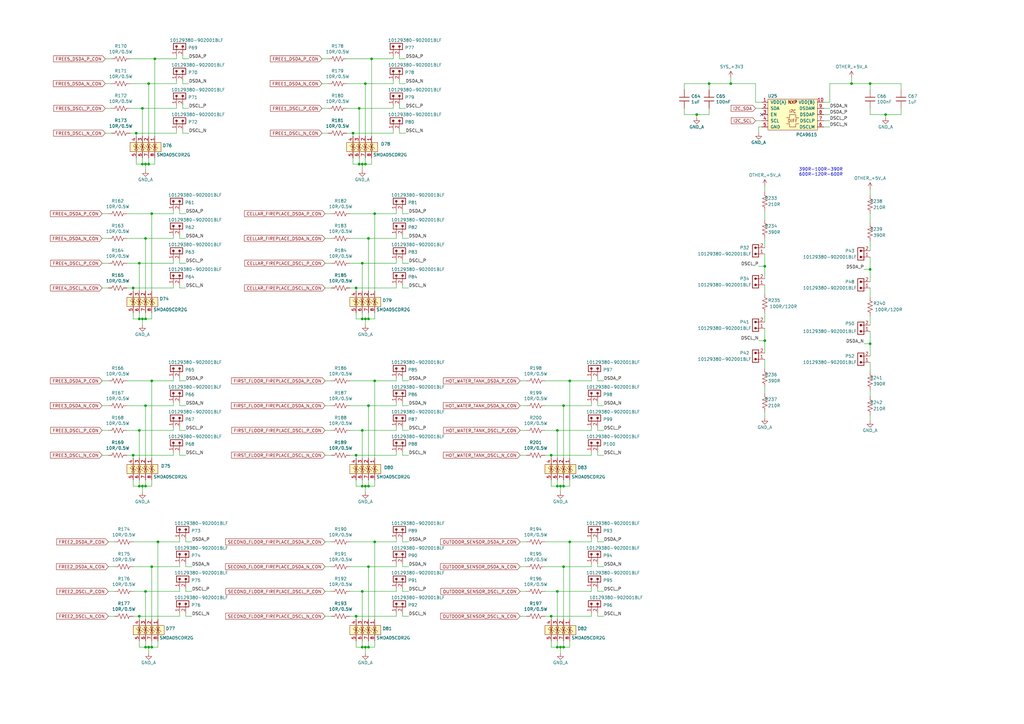
<source format=kicad_sch>
(kicad_sch (version 20230121) (generator eeschema)
  (paper "A3")
  (title_block (title "Differential I2C bus") (date "2023-05-26") (rev "v1.0") (company "Roman Labovsky (roman-labovsky.cz)"))
  (junction (at 313.69 139.7))
  (junction (at 151.13 97.79))
  (junction (at 60.96 67.31))
  (junction (at 228.6 265.43))
  (junction (at 59.69 199.39))
  (junction (at 149.86 199.39))
  (junction (at 231.14 232.41))
  (junction (at 148.59 265.43))
  (junction (at 356.87 34.29))
  (junction (at 60.96 265.43))
  (junction (at 55.88 54.61))
  (junction (at 62.23 265.43))
  (junction (at 148.59 130.81))
  (junction (at 349.25 34.29))
  (junction (at 57.15 107.95))
  (junction (at 233.68 222.25))
  (junction (at 59.69 166.37))
  (junction (at 153.67 222.25))
  (junction (at 147.32 44.45))
  (junction (at 58.42 199.39))
  (junction (at 54.61 118.11))
  (junction (at 148.59 242.57))
  (junction (at 229.87 199.39))
  (junction (at 57.15 176.53))
  (junction (at 151.13 166.37))
  (junction (at 231.14 199.39))
  (junction (at 59.69 67.31))
  (junction (at 226.06 252.73))
  (junction (at 146.05 186.69))
  (junction (at 57.15 252.73))
  (junction (at 57.15 130.81))
  (junction (at 57.15 199.39))
  (junction (at 59.69 265.43))
  (junction (at 151.13 130.81))
  (junction (at 148.59 67.31))
  (junction (at 228.6 199.39))
  (junction (at 148.59 176.53))
  (junction (at 148.59 107.95))
  (junction (at 228.6 176.53))
  (junction (at 58.42 130.81))
  (junction (at 147.32 67.31))
  (junction (at 363.22 46.99))
  (junction (at 151.13 232.41))
  (junction (at 59.69 242.57))
  (junction (at 149.86 67.31))
  (junction (at 146.05 118.11))
  (junction (at 144.78 54.61))
  (junction (at 149.86 34.29))
  (junction (at 54.61 186.69))
  (junction (at 148.59 199.39))
  (junction (at 231.14 166.37))
  (junction (at 146.05 252.73))
  (junction (at 226.06 186.69))
  (junction (at 149.86 130.81))
  (junction (at 58.42 44.45))
  (junction (at 151.13 265.43))
  (junction (at 62.23 156.21))
  (junction (at 228.6 242.57))
  (junction (at 229.87 265.43))
  (junction (at 356.87 140.97))
  (junction (at 313.69 109.22))
  (junction (at 60.96 34.29))
  (junction (at 149.86 265.43))
  (junction (at 299.72 34.29))
  (junction (at 62.23 87.63))
  (junction (at 58.42 67.31))
  (junction (at 285.75 46.99))
  (junction (at 152.4 24.13))
  (junction (at 231.14 265.43))
  (junction (at 153.67 156.21))
  (junction (at 290.83 34.29))
  (junction (at 62.23 232.41))
  (junction (at 59.69 97.79))
  (junction (at 59.69 130.81))
  (junction (at 356.87 110.49))
  (junction (at 63.5 24.13))
  (junction (at 151.13 199.39))
  (junction (at 64.77 222.25))
  (junction (at 233.68 156.21))
  (junction (at 153.67 87.63))
  (no_connect (at 312.42 46.99))
  (wire (pts (xy 45.72 44.45) (xy 43.18 44.45)))
  (wire (pts (xy 242.57 156.21) (xy 242.57 154.94)))
  (wire (pts (xy 54.61 196.85) (xy 54.61 199.39)))
  (wire (pts (xy 60.96 67.31) (xy 63.5 67.31)))
  (wire (pts (xy 149.86 67.31) (xy 149.86 64.77)))
  (wire (pts (xy 153.67 156.21) (xy 153.67 187.96)))
  (wire (pts (xy 228.6 176.53) (xy 242.57 176.53)))
  (wire (pts (xy 71.12 185.42) (xy 71.12 186.69)))
  (wire (pts (xy 146.05 265.43) (xy 148.59 265.43)))
  (wire (pts (xy 228.6 199.39) (xy 229.87 199.39)))
  (wire (pts (xy 52.07 87.63) (xy 62.23 87.63)))
  (wire (pts (xy 226.06 262.89) (xy 226.06 265.43)))
  (wire (pts (xy 57.15 254) (xy 57.15 252.73)))
  (wire (pts (xy 165.1 166.37) (xy 165.1 165.1)))
  (wire (pts (xy 290.83 34.29) (xy 280.67 34.29)))
  (wire (pts (xy 247.65 232.41) (xy 245.11 232.41)))
  (wire (pts (xy 153.67 265.43) (xy 153.67 262.89)))
  (wire (pts (xy 148.59 69.85) (xy 148.59 67.31)))
  (wire (pts (xy 309.88 34.29) (xy 299.72 34.29)))
  (wire (pts (xy 167.64 156.21) (xy 165.1 156.21)))
  (wire (pts (xy 165.1 87.63) (xy 165.1 86.36)))
  (wire (pts (xy 73.66 232.41) (xy 73.66 231.14)))
  (wire (pts (xy 148.59 107.95) (xy 162.56 107.95)))
  (wire (pts (xy 162.56 156.21) (xy 162.56 154.94)))
  (wire (pts (xy 161.29 53.34) (xy 161.29 54.61)))
  (wire (pts (xy 59.69 265.43) (xy 60.96 265.43)))
  (wire (pts (xy 242.57 232.41) (xy 242.57 231.14)))
  (wire (pts (xy 71.12 87.63) (xy 71.12 86.36)))
  (wire (pts (xy 356.87 133.35) (xy 356.87 129.54)))
  (wire (pts (xy 231.14 199.39) (xy 233.68 199.39)))
  (wire (pts (xy 151.13 232.41) (xy 143.51 232.41)))
  (wire (pts (xy 245.11 241.3) (xy 245.11 242.57)))
  (wire (pts (xy 313.69 78.74) (xy 313.69 76.2)))
  (wire (pts (xy 60.96 34.29) (xy 53.34 34.29)))
  (wire (pts (xy 356.87 146.05) (xy 356.87 140.97)))
  (wire (pts (xy 146.05 262.89) (xy 146.05 265.43)))
  (wire (pts (xy 62.23 232.41) (xy 54.61 232.41)))
  (wire (pts (xy 71.12 118.11) (xy 54.61 118.11)))
  (wire (pts (xy 45.72 34.29) (xy 43.18 34.29)))
  (wire (pts (xy 62.23 199.39) (xy 62.23 196.85)))
  (wire (pts (xy 143.51 87.63) (xy 153.67 87.63)))
  (wire (pts (xy 76.2 156.21) (xy 73.66 156.21)))
  (wire (pts (xy 313.69 151.13) (xy 313.69 147.32)))
  (wire (pts (xy 134.62 24.13) (xy 132.08 24.13)))
  (wire (pts (xy 58.42 199.39) (xy 59.69 199.39)))
  (wire (pts (xy 162.56 176.53) (xy 162.56 175.26)))
  (wire (pts (xy 153.67 222.25) (xy 153.67 254)))
  (wire (pts (xy 146.05 118.11) (xy 162.56 118.11)))
  (wire (pts (xy 223.52 156.21) (xy 233.68 156.21)))
  (wire (pts (xy 163.83 44.45) (xy 166.37 44.45)))
  (wire (pts (xy 215.9 232.41) (xy 213.36 232.41)))
  (wire (pts (xy 349.25 34.29) (xy 356.87 34.29)))
  (wire (pts (xy 44.45 97.79) (xy 41.91 97.79)))
  (wire (pts (xy 53.34 54.61) (xy 55.88 54.61)))
  (wire (pts (xy 148.59 242.57) (xy 148.59 254)))
  (wire (pts (xy 135.89 87.63) (xy 133.35 87.63)))
  (wire (pts (xy 290.83 46.99) (xy 290.83 44.45)))
  (wire (pts (xy 161.29 54.61) (xy 144.78 54.61)))
  (wire (pts (xy 229.87 267.97) (xy 229.87 265.43)))
  (wire (pts (xy 73.66 175.26) (xy 73.66 176.53)))
  (wire (pts (xy 311.15 109.22) (xy 313.69 109.22)))
  (wire (pts (xy 62.23 232.41) (xy 73.66 232.41)))
  (wire (pts (xy 71.12 186.69) (xy 54.61 186.69)))
  (wire (pts (xy 134.62 54.61) (xy 132.08 54.61)))
  (wire (pts (xy 147.32 67.31) (xy 148.59 67.31)))
  (wire (pts (xy 58.42 130.81) (xy 59.69 130.81)))
  (wire (pts (xy 73.66 242.57) (xy 73.66 241.3)))
  (wire (pts (xy 58.42 67.31) (xy 59.69 67.31)))
  (wire (pts (xy 166.37 34.29) (xy 163.83 34.29)))
  (wire (pts (xy 135.89 156.21) (xy 133.35 156.21)))
  (wire (pts (xy 161.29 34.29) (xy 161.29 33.02)))
  (wire (pts (xy 311.15 54.61) (xy 311.15 52.07)))
  (wire (pts (xy 231.14 265.43) (xy 231.14 262.89)))
  (wire (pts (xy 226.06 187.96) (xy 226.06 186.69)))
  (wire (pts (xy 73.66 252.73) (xy 57.15 252.73)))
  (wire (pts (xy 74.93 54.61) (xy 74.93 53.34)))
  (wire (pts (xy 226.06 199.39) (xy 228.6 199.39)))
  (wire (pts (xy 161.29 24.13) (xy 152.4 24.13)))
  (wire (pts (xy 148.59 265.43) (xy 149.86 265.43)))
  (wire (pts (xy 166.37 54.61) (xy 163.83 54.61)))
  (wire (pts (xy 162.56 186.69) (xy 146.05 186.69)))
  (wire (pts (xy 74.93 44.45) (xy 77.47 44.45)))
  (wire (pts (xy 247.65 156.21) (xy 245.11 156.21)))
  (wire (pts (xy 349.25 31.75) (xy 349.25 34.29)))
  (wire (pts (xy 166.37 24.13) (xy 163.83 24.13)))
  (wire (pts (xy 71.12 156.21) (xy 71.12 154.94)))
  (wire (pts (xy 165.1 252.73) (xy 165.1 251.46)))
  (wire (pts (xy 313.69 132.08) (xy 313.69 128.27)))
  (wire (pts (xy 149.86 34.29) (xy 149.86 55.88)))
  (wire (pts (xy 55.88 64.77) (xy 55.88 67.31)))
  (wire (pts (xy 356.87 152.4) (xy 356.87 148.59)))
  (wire (pts (xy 135.89 186.69) (xy 133.35 186.69)))
  (wire (pts (xy 356.87 110.49) (xy 356.87 105.41)))
  (wire (pts (xy 242.57 251.46) (xy 242.57 252.73)))
  (wire (pts (xy 223.52 222.25) (xy 233.68 222.25)))
  (wire (pts (xy 73.66 251.46) (xy 73.66 252.73)))
  (wire (pts (xy 309.88 41.91) (xy 309.88 34.29)))
  (wire (pts (xy 146.05 119.38) (xy 146.05 118.11)))
  (wire (pts (xy 144.78 67.31) (xy 147.32 67.31)))
  (wire (pts (xy 356.87 80.01) (xy 356.87 77.47)))
  (wire (pts (xy 280.67 44.45) (xy 280.67 46.99)))
  (wire (pts (xy 58.42 44.45) (xy 72.39 44.45)))
  (wire (pts (xy 245.11 242.57) (xy 247.65 242.57)))
  (wire (pts (xy 57.15 130.81) (xy 58.42 130.81)))
  (wire (pts (xy 142.24 44.45) (xy 147.32 44.45)))
  (wire (pts (xy 55.88 67.31) (xy 58.42 67.31)))
  (wire (pts (xy 167.64 87.63) (xy 165.1 87.63)))
  (wire (pts (xy 165.1 118.11) (xy 165.1 116.84)))
  (wire (pts (xy 147.32 67.31) (xy 147.32 64.77)))
  (wire (pts (xy 59.69 166.37) (xy 71.12 166.37)))
  (wire (pts (xy 143.51 107.95) (xy 148.59 107.95)))
  (wire (pts (xy 73.66 97.79) (xy 73.66 96.52)))
  (wire (pts (xy 363.22 46.99) (xy 356.87 46.99)))
  (wire (pts (xy 369.57 46.99) (xy 363.22 46.99)))
  (wire (pts (xy 59.69 242.57) (xy 73.66 242.57)))
  (wire (pts (xy 153.67 87.63) (xy 153.67 119.38)))
  (wire (pts (xy 135.89 222.25) (xy 133.35 222.25)))
  (wire (pts (xy 242.57 242.57) (xy 242.57 241.3)))
  (wire (pts (xy 165.1 241.3) (xy 165.1 242.57)))
  (wire (pts (xy 76.2 252.73) (xy 76.2 251.46)))
  (wire (pts (xy 72.39 34.29) (xy 72.39 33.02)))
  (wire (pts (xy 72.39 53.34) (xy 72.39 54.61)))
  (wire (pts (xy 162.56 97.79) (xy 162.56 96.52)))
  (wire (pts (xy 165.1 175.26) (xy 165.1 176.53)))
  (wire (pts (xy 356.87 91.44) (xy 356.87 87.63)))
  (wire (pts (xy 165.1 222.25) (xy 165.1 220.98)))
  (wire (pts (xy 233.68 156.21) (xy 233.68 187.96)))
  (wire (pts (xy 313.69 144.78) (xy 313.69 139.7)))
  (wire (pts (xy 162.56 222.25) (xy 162.56 220.98)))
  (wire (pts (xy 62.23 87.63) (xy 62.23 119.38)))
  (wire (pts (xy 72.39 44.45) (xy 72.39 43.18)))
  (wire (pts (xy 165.1 107.95) (xy 167.64 107.95)))
  (wire (pts (xy 215.9 252.73) (xy 213.36 252.73)))
  (wire (pts (xy 73.66 106.68) (xy 73.66 107.95)))
  (wire (pts (xy 167.64 166.37) (xy 165.1 166.37)))
  (wire (pts (xy 73.66 176.53) (xy 76.2 176.53)))
  (wire (pts (xy 57.15 107.95) (xy 57.15 119.38)))
  (wire (pts (xy 369.57 44.45) (xy 369.57 46.99)))
  (wire (pts (xy 280.67 34.29) (xy 280.67 36.83)))
  (wire (pts (xy 242.57 185.42) (xy 242.57 186.69)))
  (wire (pts (xy 165.1 176.53) (xy 167.64 176.53)))
  (wire (pts (xy 148.59 199.39) (xy 149.86 199.39)))
  (wire (pts (xy 151.13 130.81) (xy 151.13 128.27)))
  (wire (pts (xy 231.14 265.43) (xy 233.68 265.43)))
  (wire (pts (xy 340.36 34.29) (xy 349.25 34.29)))
  (wire (pts (xy 73.66 156.21) (xy 73.66 154.94)))
  (wire (pts (xy 146.05 254) (xy 146.05 252.73)))
  (wire (pts (xy 215.9 156.21) (xy 213.36 156.21)))
  (wire (pts (xy 76.2 87.63) (xy 73.66 87.63)))
  (wire (pts (xy 226.06 265.43) (xy 228.6 265.43)))
  (wire (pts (xy 135.89 242.57) (xy 133.35 242.57)))
  (wire (pts (xy 151.13 166.37) (xy 143.51 166.37)))
  (wire (pts (xy 149.86 199.39) (xy 151.13 199.39)))
  (wire (pts (xy 71.12 107.95) (xy 71.12 106.68)))
  (wire (pts (xy 59.69 166.37) (xy 52.07 166.37)))
  (wire (pts (xy 337.82 41.91) (xy 340.36 41.91)))
  (wire (pts (xy 245.11 232.41) (xy 245.11 231.14)))
  (wire (pts (xy 162.56 185.42) (xy 162.56 186.69)))
  (wire (pts (xy 354.33 140.97) (xy 356.87 140.97)))
  (wire (pts (xy 231.14 166.37) (xy 231.14 187.96)))
  (wire (pts (xy 309.88 44.45) (xy 312.42 44.45)))
  (wire (pts (xy 231.14 232.41) (xy 242.57 232.41)))
  (wire (pts (xy 280.67 46.99) (xy 285.75 46.99)))
  (wire (pts (xy 146.05 128.27) (xy 146.05 130.81)))
  (wire (pts (xy 313.69 101.6) (xy 313.69 97.79)))
  (wire (pts (xy 71.12 116.84) (xy 71.12 118.11)))
  (wire (pts (xy 46.99 252.73) (xy 44.45 252.73)))
  (wire (pts (xy 44.45 107.95) (xy 41.91 107.95)))
  (wire (pts (xy 76.2 186.69) (xy 73.66 186.69)))
  (wire (pts (xy 313.69 109.22) (xy 313.69 104.14)))
  (wire (pts (xy 245.11 222.25) (xy 245.11 220.98)))
  (wire (pts (xy 45.72 54.61) (xy 43.18 54.61)))
  (wire (pts (xy 149.86 130.81) (xy 151.13 130.81)))
  (wire (pts (xy 77.47 34.29) (xy 74.93 34.29)))
  (wire (pts (xy 44.45 87.63) (xy 41.91 87.63)))
  (wire (pts (xy 356.87 36.83) (xy 356.87 34.29)))
  (wire (pts (xy 72.39 24.13) (xy 72.39 22.86)))
  (wire (pts (xy 143.51 156.21) (xy 153.67 156.21)))
  (wire (pts (xy 153.67 87.63) (xy 162.56 87.63)))
  (wire (pts (xy 242.57 222.25) (xy 233.68 222.25)))
  (wire (pts (xy 223.52 176.53) (xy 228.6 176.53)))
  (wire (pts (xy 228.6 265.43) (xy 228.6 262.89)))
  (wire (pts (xy 337.82 44.45) (xy 340.36 44.45)))
  (wire (pts (xy 54.61 199.39) (xy 57.15 199.39)))
  (wire (pts (xy 134.62 44.45) (xy 132.08 44.45)))
  (wire (pts (xy 356.87 115.57) (xy 356.87 110.49)))
  (wire (pts (xy 163.83 54.61) (xy 163.83 53.34)))
  (wire (pts (xy 167.64 232.41) (xy 165.1 232.41)))
  (wire (pts (xy 76.2 232.41) (xy 76.2 231.14)))
  (wire (pts (xy 148.59 242.57) (xy 162.56 242.57)))
  (wire (pts (xy 59.69 97.79) (xy 52.07 97.79)))
  (wire (pts (xy 153.67 130.81) (xy 153.67 128.27)))
  (wire (pts (xy 44.45 186.69) (xy 41.91 186.69)))
  (wire (pts (xy 57.15 265.43) (xy 59.69 265.43)))
  (wire (pts (xy 245.11 176.53) (xy 247.65 176.53)))
  (wire (pts (xy 71.12 87.63) (xy 62.23 87.63)))
  (wire (pts (xy 162.56 116.84) (xy 162.56 118.11)))
  (wire (pts (xy 54.61 187.96) (xy 54.61 186.69)))
  (wire (pts (xy 285.75 48.26) (xy 285.75 46.99)))
  (wire (pts (xy 52.07 107.95) (xy 57.15 107.95)))
  (wire (pts (xy 59.69 199.39) (xy 59.69 196.85)))
  (wire (pts (xy 231.14 232.41) (xy 223.52 232.41)))
  (wire (pts (xy 167.64 118.11) (xy 165.1 118.11)))
  (wire (pts (xy 57.15 130.81) (xy 57.15 128.27)))
  (wire (pts (xy 135.89 232.41) (xy 133.35 232.41)))
  (wire (pts (xy 59.69 67.31) (xy 60.96 67.31)))
  (wire (pts (xy 165.1 156.21) (xy 165.1 154.94)))
  (wire (pts (xy 72.39 24.13) (xy 63.5 24.13)))
  (wire (pts (xy 215.9 176.53) (xy 213.36 176.53)))
  (wire (pts (xy 245.11 156.21) (xy 245.11 154.94)))
  (wire (pts (xy 313.69 114.3) (xy 313.69 109.22)))
  (wire (pts (xy 162.56 87.63) (xy 162.56 86.36)))
  (wire (pts (xy 134.62 34.29) (xy 132.08 34.29)))
  (wire (pts (xy 57.15 176.53) (xy 71.12 176.53)))
  (wire (pts (xy 233.68 222.25) (xy 233.68 254)))
  (wire (pts (xy 58.42 67.31) (xy 58.42 64.77)))
  (wire (pts (xy 151.13 166.37) (xy 162.56 166.37)))
  (wire (pts (xy 369.57 34.29) (xy 369.57 36.83)))
  (wire (pts (xy 143.51 186.69) (xy 146.05 186.69)))
  (wire (pts (xy 143.51 242.57) (xy 148.59 242.57)))
  (wire (pts (xy 58.42 201.93) (xy 58.42 199.39)))
  (wire (pts (xy 135.89 166.37) (xy 133.35 166.37)))
  (wire (pts (xy 148.59 176.53) (xy 148.59 187.96)))
  (wire (pts (xy 44.45 166.37) (xy 41.91 166.37)))
  (wire (pts (xy 143.51 97.79) (xy 151.13 97.79)))
  (wire (pts (xy 54.61 242.57) (xy 59.69 242.57)))
  (wire (pts (xy 148.59 199.39) (xy 148.59 196.85)))
  (wire (pts (xy 228.6 242.57) (xy 242.57 242.57)))
  (wire (pts (xy 59.69 97.79) (xy 59.69 119.38)))
  (wire (pts (xy 73.66 118.11) (xy 73.66 116.84)))
  (wire (pts (xy 142.24 54.61) (xy 144.78 54.61)))
  (wire (pts (xy 242.57 222.25) (xy 242.57 220.98)))
  (wire (pts (xy 242.57 176.53) (xy 242.57 175.26)))
  (wire (pts (xy 162.56 166.37) (xy 162.56 165.1)))
  (wire (pts (xy 356.87 46.99) (xy 356.87 44.45)))
  (wire (pts (xy 146.05 187.96) (xy 146.05 186.69)))
  (wire (pts (xy 45.72 24.13) (xy 43.18 24.13)))
  (wire (pts (xy 337.82 52.07) (xy 340.36 52.07)))
  (wire (pts (xy 290.83 34.29) (xy 290.83 36.83)))
  (wire (pts (xy 52.07 176.53) (xy 57.15 176.53)))
  (wire (pts (xy 77.47 24.13) (xy 74.93 24.13)))
  (wire (pts (xy 60.96 265.43) (xy 62.23 265.43)))
  (wire (pts (xy 57.15 199.39) (xy 57.15 196.85)))
  (wire (pts (xy 143.51 222.25) (xy 153.67 222.25)))
  (wire (pts (xy 64.77 265.43) (xy 64.77 262.89)))
  (wire (pts (xy 73.66 166.37) (xy 73.66 165.1)))
  (wire (pts (xy 163.83 43.18) (xy 163.83 44.45)))
  (wire (pts (xy 57.15 262.89) (xy 57.15 265.43)))
  (wire (pts (xy 247.65 222.25) (xy 245.11 222.25)))
  (wire (pts (xy 167.64 252.73) (xy 165.1 252.73)))
  (wire (pts (xy 76.2 242.57) (xy 78.74 242.57)))
  (wire (pts (xy 151.13 199.39) (xy 153.67 199.39)))
  (wire (pts (xy 78.74 252.73) (xy 76.2 252.73)))
  (wire (pts (xy 228.6 242.57) (xy 228.6 254)))
  (wire (pts (xy 148.59 130.81) (xy 149.86 130.81)))
  (wire (pts (xy 52.07 186.69) (xy 54.61 186.69)))
  (wire (pts (xy 151.13 166.37) (xy 151.13 187.96)))
  (wire (pts (xy 151.13 232.41) (xy 151.13 254)))
  (wire (pts (xy 44.45 118.11) (xy 41.91 118.11)))
  (wire (pts (xy 149.86 34.29) (xy 161.29 34.29)))
  (wire (pts (xy 46.99 242.57) (xy 44.45 242.57)))
  (wire (pts (xy 151.13 130.81) (xy 153.67 130.81)))
  (wire (pts (xy 135.89 118.11) (xy 133.35 118.11)))
  (wire (pts (xy 73.66 186.69) (xy 73.66 185.42)))
  (wire (pts (xy 55.88 55.88) (xy 55.88 54.61)))
  (wire (pts (xy 60.96 267.97) (xy 60.96 265.43)))
  (wire (pts (xy 356.87 121.92) (xy 356.87 118.11)))
  (wire (pts (xy 151.13 232.41) (xy 162.56 232.41)))
  (wire (pts (xy 142.24 24.13) (xy 152.4 24.13)))
  (wire (pts (xy 313.69 120.65) (xy 313.69 116.84)))
  (wire (pts (xy 247.65 166.37) (xy 245.11 166.37)))
  (wire (pts (xy 54.61 222.25) (xy 64.77 222.25)))
  (wire (pts (xy 231.14 199.39) (xy 231.14 196.85)))
  (wire (pts (xy 163.83 34.29) (xy 163.83 33.02)))
  (wire (pts (xy 313.69 171.45) (xy 313.69 168.91)))
  (wire (pts (xy 242.57 252.73) (xy 226.06 252.73)))
  (wire (pts (xy 356.87 34.29) (xy 369.57 34.29)))
  (wire (pts (xy 152.4 67.31) (xy 152.4 64.77)))
  (wire (pts (xy 233.68 199.39) (xy 233.68 196.85)))
  (wire (pts (xy 226.06 254) (xy 226.06 252.73)))
  (wire (pts (xy 71.12 156.21) (xy 62.23 156.21)))
  (wire (pts (xy 60.96 34.29) (xy 60.96 55.88)))
  (wire (pts (xy 73.66 222.25) (xy 64.77 222.25)))
  (wire (pts (xy 60.96 67.31) (xy 60.96 64.77)))
  (wire (pts (xy 229.87 201.93) (xy 229.87 199.39)))
  (wire (pts (xy 247.65 186.69) (xy 245.11 186.69)))
  (wire (pts (xy 356.87 102.87) (xy 356.87 99.06)))
  (wire (pts (xy 313.69 90.17) (xy 313.69 86.36)))
  (wire (pts (xy 147.32 44.45) (xy 161.29 44.45)))
  (wire (pts (xy 54.61 130.81) (xy 57.15 130.81)))
  (wire (pts (xy 245.11 252.73) (xy 245.11 251.46)))
  (wire (pts (xy 233.68 265.43) (xy 233.68 262.89)))
  (wire (pts (xy 162.56 252.73) (xy 146.05 252.73)))
  (wire (pts (xy 151.13 265.43) (xy 151.13 262.89)))
  (wire (pts (xy 223.52 186.69) (xy 226.06 186.69)))
  (wire (pts (xy 229.87 265.43) (xy 231.14 265.43)))
  (wire (pts (xy 46.99 222.25) (xy 44.45 222.25)))
  (wire (pts (xy 149.86 267.97) (xy 149.86 265.43)))
  (wire (pts (xy 162.56 222.25) (xy 153.67 222.25)))
  (wire (pts (xy 73.66 107.95) (xy 76.2 107.95)))
  (wire (pts (xy 71.12 176.53) (xy 71.12 175.26)))
  (wire (pts (xy 57.15 199.39) (xy 58.42 199.39)))
  (wire (pts (xy 313.69 139.7) (xy 313.69 134.62)))
  (wire (pts (xy 53.34 44.45) (xy 58.42 44.45)))
  (wire (pts (xy 144.78 55.88) (xy 144.78 54.61)))
  (wire (pts (xy 63.5 67.31) (xy 63.5 64.77)))
  (wire (pts (xy 62.23 265.43) (xy 64.77 265.43)))
  (wire (pts (xy 59.69 69.85) (xy 59.69 67.31)))
  (wire (pts (xy 62.23 156.21) (xy 62.23 187.96)))
  (wire (pts (xy 54.61 119.38) (xy 54.61 118.11)))
  (wire (pts (xy 356.87 140.97) (xy 356.87 135.89)))
  (wire (pts (xy 165.1 97.79) (xy 165.1 96.52)))
  (wire (pts (xy 149.86 265.43) (xy 151.13 265.43)))
  (wire (pts (xy 57.15 107.95) (xy 71.12 107.95)))
  (wire (pts (xy 229.87 199.39) (xy 231.14 199.39)))
  (wire (pts (xy 71.12 166.37) (xy 71.12 165.1)))
  (wire (pts (xy 311.15 139.7) (xy 313.69 139.7)))
  (wire (pts (xy 337.82 46.99) (xy 340.36 46.99)))
  (wire (pts (xy 163.83 24.13) (xy 163.83 22.86)))
  (wire (pts (xy 54.61 128.27) (xy 54.61 130.81)))
  (wire (pts (xy 167.64 222.25) (xy 165.1 222.25)))
  (wire (pts (xy 245.11 166.37) (xy 245.11 165.1)))
  (wire (pts (xy 148.59 119.38) (xy 148.59 107.95)))
  (wire (pts (xy 242.57 166.37) (xy 242.57 165.1)))
  (wire (pts (xy 53.34 24.13) (xy 63.5 24.13)))
  (wire (pts (xy 64.77 222.25) (xy 64.77 254)))
  (wire (pts (xy 60.96 34.29) (xy 72.39 34.29)))
  (wire (pts (xy 162.56 232.41) (xy 162.56 231.14)))
  (wire (pts (xy 228.6 176.53) (xy 228.6 187.96)))
  (wire (pts (xy 52.07 118.11) (xy 54.61 118.11)))
  (wire (pts (xy 73.66 87.63) (xy 73.66 86.36)))
  (wire (pts (xy 231.14 232.41) (xy 231.14 254)))
  (wire (pts (xy 146.05 130.81) (xy 148.59 130.81)))
  (wire (pts (xy 354.33 110.49) (xy 356.87 110.49)))
  (wire (pts (xy 54.61 252.73) (xy 57.15 252.73)))
  (wire (pts (xy 62.23 130.81) (xy 62.23 128.27)))
  (wire (pts (xy 242.57 156.21) (xy 233.68 156.21)))
  (wire (pts (xy 59.69 166.37) (xy 59.69 187.96)))
  (wire (pts (xy 74.93 24.13) (xy 74.93 22.86)))
  (wire (pts (xy 44.45 156.21) (xy 41.91 156.21)))
  (wire (pts (xy 143.51 252.73) (xy 146.05 252.73)))
  (wire (pts (xy 363.22 48.26) (xy 363.22 46.99)))
  (wire (pts (xy 76.2 118.11) (xy 73.66 118.11)))
  (wire (pts (xy 161.29 44.45) (xy 161.29 43.18)))
  (wire (pts (xy 223.52 242.57) (xy 228.6 242.57)))
  (wire (pts (xy 44.45 176.53) (xy 41.91 176.53)))
  (wire (pts (xy 285.75 46.99) (xy 290.83 46.99)))
  (wire (pts (xy 149.86 201.93) (xy 149.86 199.39)))
  (wire (pts (xy 76.2 166.37) (xy 73.66 166.37)))
  (wire (pts (xy 76.2 222.25) (xy 76.2 220.98)))
  (wire (pts (xy 165.1 242.57) (xy 167.64 242.57)))
  (wire (pts (xy 228.6 199.39) (xy 228.6 196.85)))
  (wire (pts (xy 311.15 52.07) (xy 312.42 52.07)))
  (wire (pts (xy 144.78 64.77) (xy 144.78 67.31)))
  (wire (pts (xy 337.82 49.53) (xy 340.36 49.53)))
  (wire (pts (xy 299.72 31.75) (xy 299.72 34.29)))
  (wire (pts (xy 59.69 242.57) (xy 59.69 254)))
  (wire (pts (xy 78.74 222.25) (xy 76.2 222.25)))
  (wire (pts (xy 58.42 133.35) (xy 58.42 130.81)))
  (wire (pts (xy 231.14 166.37) (xy 223.52 166.37)))
  (wire (pts (xy 74.93 34.29) (xy 74.93 33.02)))
  (wire (pts (xy 58.42 44.45) (xy 58.42 55.88)))
  (wire (pts (xy 46.99 232.41) (xy 44.45 232.41)))
  (wire (pts (xy 161.29 24.13) (xy 161.29 22.86)))
  (wire (pts (xy 215.9 242.57) (xy 213.36 242.57)))
  (wire (pts (xy 147.32 44.45) (xy 147.32 55.88)))
  (wire (pts (xy 148.59 265.43) (xy 148.59 262.89)))
  (wire (pts (xy 309.88 41.91) (xy 312.42 41.91)))
  (wire (pts (xy 149.86 34.29) (xy 142.24 34.29)))
  (wire (pts (xy 148.59 67.31) (xy 149.86 67.31)))
  (wire (pts (xy 135.89 107.95) (xy 133.35 107.95)))
  (wire (pts (xy 59.69 199.39) (xy 62.23 199.39)))
  (wire (pts (xy 62.23 232.41) (xy 62.23 254)))
  (wire (pts (xy 148.59 176.53) (xy 162.56 176.53)))
  (wire (pts (xy 247.65 252.73) (xy 245.11 252.73)))
  (wire (pts (xy 57.15 176.53) (xy 57.15 187.96)))
  (wire (pts (xy 309.88 49.53) (xy 312.42 49.53)))
  (wire (pts (xy 215.9 222.25) (xy 213.36 222.25)))
  (wire (pts (xy 146.05 196.85) (xy 146.05 199.39)))
  (wire (pts (xy 215.9 166.37) (xy 213.36 166.37)))
  (wire (pts (xy 77.47 54.61) (xy 74.93 54.61)))
  (wire (pts (xy 73.66 222.25) (xy 73.66 220.98)))
  (wire (pts (xy 59.69 97.79) (xy 71.12 97.79)))
  (wire (pts (xy 78.74 232.41) (xy 76.2 232.41)))
  (wire (pts (xy 165.1 232.41) (xy 165.1 231.14)))
  (wire (pts (xy 356.87 162.56) (xy 356.87 160.02)))
  (wire (pts (xy 245.11 186.69) (xy 245.11 185.42)))
  (wire (pts (xy 135.89 97.79) (xy 133.35 97.79)))
  (wire (pts (xy 151.13 199.39) (xy 151.13 196.85)))
  (wire (pts (xy 143.51 176.53) (xy 148.59 176.53)))
  (wire (pts (xy 151.13 97.79) (xy 162.56 97.79)))
  (wire (pts (xy 62.23 265.43) (xy 62.23 262.89)))
  (wire (pts (xy 228.6 265.43) (xy 229.87 265.43)))
  (wire (pts (xy 149.86 133.35) (xy 149.86 130.81)))
  (wire (pts (xy 162.56 251.46) (xy 162.56 252.73)))
  (wire (pts (xy 313.69 161.29) (xy 313.69 158.75)))
  (wire (pts (xy 165.1 186.69) (xy 165.1 185.42)))
  (wire (pts (xy 153.67 199.39) (xy 153.67 196.85)))
  (wire (pts (xy 135.89 252.73) (xy 133.35 252.73)))
  (wire (pts (xy 167.64 186.69) (xy 165.1 186.69)))
  (wire (pts (xy 52.07 156.21) (xy 62.23 156.21)))
  (wire (pts (xy 59.69 130.81) (xy 62.23 130.81)))
  (wire (pts (xy 242.57 186.69) (xy 226.06 186.69)))
  (wire (pts (xy 76.2 97.79) (xy 73.66 97.79)))
  (wire (pts (xy 162.56 242.57) (xy 162.56 241.3)))
  (wire (pts (xy 71.12 97.79) (xy 71.12 96.52)))
  (wire (pts (xy 59.69 130.81) (xy 59.69 128.27)))
  (wire (pts (xy 152.4 24.13) (xy 152.4 55.88)))
  (wire (pts (xy 59.69 265.43) (xy 59.69 262.89)))
  (wire (pts (xy 72.39 54.61) (xy 55.88 54.61)))
  (wire (pts (xy 143.51 118.11) (xy 146.05 118.11)))
  (wire (pts (xy 135.89 176.53) (xy 133.35 176.53)))
  (wire (pts (xy 162.56 107.95) (xy 162.56 106.68)))
  (wire (pts (xy 231.14 166.37) (xy 242.57 166.37)))
  (wire (pts (xy 245.11 175.26) (xy 245.11 176.53)))
  (wire (pts (xy 167.64 97.79) (xy 165.1 97.79)))
  (wire (pts (xy 165.1 106.68) (xy 165.1 107.95)))
  (wire (pts (xy 149.86 67.31) (xy 152.4 67.31)))
  (wire (pts (xy 223.52 252.73) (xy 226.06 252.73)))
  (wire (pts (xy 151.13 97.79) (xy 151.13 119.38)))
  (wire (pts (xy 63.5 24.13) (xy 63.5 55.88)))
  (wire (pts (xy 151.13 265.43) (xy 153.67 265.43)))
  (wire (pts (xy 74.93 43.18) (xy 74.93 44.45)))
  (wire (pts (xy 76.2 241.3) (xy 76.2 242.57)))
  (wire (pts (xy 356.87 172.72) (xy 356.87 170.18)))
  (wire (pts (xy 215.9 186.69) (xy 213.36 186.69)))
  (wire (pts (xy 148.59 130.81) (xy 148.59 128.27)))
  (wire (pts (xy 162.56 156.21) (xy 153.67 156.21)))
  (wire (pts (xy 299.72 34.29) (xy 290.83 34.29)))
  (wire (pts (xy 146.05 199.39) (xy 148.59 199.39)))
  (wire (pts (xy 226.06 196.85) (xy 226.06 199.39)))
  (wire (pts (xy 340.36 41.91) (xy 340.36 34.29)))
  (text "390R-100R-390R\n600R-120R-600R" (at 327.66 72.39 0) (effects (font (size 1.27 1.27)) (justify left bottom)))
  (label "DSCL_N" (at 167.64 118.11 0))
  (label "DSCL_P" (at 166.37 44.45 0))
  (label "DSDA_P" (at 78.74 222.25 0))
  (label "DSCL_P" (at 340.36 49.53 0))
  (label "DSDA_P" (at 76.2 87.63 0))
  (label "DSDA_P" (at 77.47 24.13 0))
  (label "DSCL_P" (at 247.65 242.57 0))
  (label "DSDA_P" (at 167.64 156.21 0))
  (label "DSCL_N" (at 78.74 252.73 0))
  (label "DSDA_N" (at 247.65 166.37 0))
  (label "DSCL_P" (at 247.65 176.53 0))
  (label "DSDA_P" (at 247.65 222.25 0))
  (label "DSDA_P" (at 166.37 24.13 0))
  (label "DSCL_P" (at 167.64 242.57 0))
  (label "DSCL_N" (at 167.64 252.73 0))
  (label "DSCL_N" (at 311.15 139.7 180))
  (label "DSDA_N" (at 76.2 97.79 0))
  (label "DSDA_N" (at 167.64 232.41 0))
  (label "DSDA_P" (at 247.65 156.21 0))
  (label "DSCL_N" (at 167.64 186.69 0))
  (label "DSDA_P" (at 354.33 110.49 180))
  (label "DSCL_N" (at 76.2 118.11 0))
  (label "DSCL_N" (at 77.47 54.61 0))
  (label "DSCL_P" (at 76.2 107.95 0))
  (label "DSDA_N" (at 78.74 232.41 0))
  (label "DSCL_P" (at 76.2 176.53 0))
  (label "DSCL_P" (at 311.15 109.22 180))
  (label "DSDA_N" (at 340.36 44.45 0))
  (label "DSDA_N" (at 167.64 166.37 0))
  (label "DSCL_N" (at 166.37 54.61 0))
  (label "DSCL_P" (at 78.74 242.57 0))
  (label "DSDA_P" (at 340.36 46.99 0))
  (label "DSDA_P" (at 167.64 222.25 0))
  (label "DSCL_P" (at 167.64 176.53 0))
  (label "DSCL_N" (at 340.36 52.07 0))
  (label "DSDA_N" (at 76.2 166.37 0))
  (label "DSDA_N" (at 166.37 34.29 0))
  (label "DSDA_N" (at 167.64 97.79 0))
  (label "DSCL_N" (at 247.65 252.73 0))
  (label "DSDA_P" (at 167.64 87.63 0))
  (label "DSDA_N" (at 354.33 140.97 180))
  (label "DSDA_P" (at 76.2 156.21 0))
  (label "DSCL_N" (at 76.2 186.69 0))
  (label "DSDA_N" (at 77.47 34.29 0))
  (label "DSCL_N" (at 247.65 186.69 0))
  (label "DSCL_P" (at 77.47 44.45 0))
  (label "DSDA_N" (at 247.65 232.41 0))
  (label "DSCL_P" (at 167.64 107.95 0))
  (global_label "FREE4_DSDA_N_CON" (shape input) (at 41.91 97.79 180) (property "Intersheetrefs" "${INTERSHEET_REFS}" (effects hide)))
  (global_label "OUTDOOR_SENSOR_DSCL_N_CON" (shape input) (at 213.36 252.73 180) (property "Intersheetrefs" "${INTERSHEET_REFS}" (effects hide)))
  (global_label "HOT_WATER_TANK_DSDA_P_CON" (shape input) (at 213.36 156.21 180) (property "Intersheetrefs" "${INTERSHEET_REFS}" (effects hide)))
  (global_label "FREE4_DSCL_N_CON" (shape input) (at 41.91 118.11 180) (property "Intersheetrefs" "${INTERSHEET_REFS}" (effects hide)))
  (global_label "FREE3_DSCL_N_CON" (shape input) (at 41.91 186.69 180) (property "Intersheetrefs" "${INTERSHEET_REFS}" (effects hide)))
  (global_label "HOT_WATER_TANK_DSCL_N_CON" (shape input) (at 213.36 186.69 180) (property "Intersheetrefs" "${INTERSHEET_REFS}" (effects hide)))
  (global_label "SECOND_FLOOR_FIREPLACE_DSDA_P_CON" (shape input) (at 133.35 222.25 180) (property "Intersheetrefs" "${INTERSHEET_REFS}" (effects hide)))
  (global_label "I2C_SDA" (shape input) (at 309.88 44.45 180) (property "Intersheetrefs" "${INTERSHEET_REFS}" (effects hide)))
  (global_label "FREE5_DSDA_P_CON" (shape input) (at 43.18 24.13 180) (property "Intersheetrefs" "${INTERSHEET_REFS}" (effects hide)))
  (global_label "CELLAR_FIREPLACE_DSDA_P_CON" (shape input) (at 133.35 87.63 180) (property "Intersheetrefs" "${INTERSHEET_REFS}" (effects hide)))
  (global_label "HOT_WATER_TANK_DSDA_N_CON" (shape input) (at 213.36 166.37 180) (property "Intersheetrefs" "${INTERSHEET_REFS}" (effects hide)))
  (global_label "FIRST_FLOOR_FIREPLACE_DSDA_P_CON" (shape input) (at 133.35 156.21 180) (property "Intersheetrefs" "${INTERSHEET_REFS}" (effects hide)))
  (global_label "FREE4_DSDA_P_CON" (shape input) (at 41.91 87.63 180) (property "Intersheetrefs" "${INTERSHEET_REFS}" (effects hide)))
  (global_label "CELLAR_FIREPLACE_DSCL_P_CON" (shape input) (at 133.35 107.95 180) (property "Intersheetrefs" "${INTERSHEET_REFS}" (effects hide)))
  (global_label "FREE2_DSDA_P_CON" (shape input) (at 44.45 222.25 180) (property "Intersheetrefs" "${INTERSHEET_REFS}" (effects hide)))
  (global_label "FREE1_DSDA_P_CON" (shape input) (at 132.08 24.13 180) (property "Intersheetrefs" "${INTERSHEET_REFS}" (effects hide)))
  (global_label "CELLAR_FIREPLACE_DSCL_N_CON" (shape input) (at 133.35 118.11 180) (property "Intersheetrefs" "${INTERSHEET_REFS}" (effects hide)))
  (global_label "FREE5_DSDA_N_CON" (shape input) (at 43.18 34.29 180) (property "Intersheetrefs" "${INTERSHEET_REFS}" (effects hide)))
  (global_label "FREE2_DSCL_P_CON" (shape input) (at 44.45 242.57 180) (property "Intersheetrefs" "${INTERSHEET_REFS}" (effects hide)))
  (global_label "OUTDOOR_SENSOR_DSCL_P_CON" (shape input) (at 213.36 242.57 180) (property "Intersheetrefs" "${INTERSHEET_REFS}" (effects hide)))
  (global_label "FREE5_DSCL_N_CON" (shape input) (at 43.18 54.61 180) (property "Intersheetrefs" "${INTERSHEET_REFS}" (effects hide)))
  (global_label "FREE1_DSDA_N_CON" (shape input) (at 132.08 34.29 180) (property "Intersheetrefs" "${INTERSHEET_REFS}" (effects hide)))
  (global_label "OUTDOOR_SENSOR_DSDA_P_CON" (shape input) (at 213.36 222.25 180) (property "Intersheetrefs" "${INTERSHEET_REFS}" (effects hide)))
  (global_label "SECOND_FLOOR_FIREPLACE_DSDA_N_CON" (shape input) (at 133.35 232.41 180) (property "Intersheetrefs" "${INTERSHEET_REFS}" (effects hide)))
  (global_label "FREE1_DSCL_P_CON" (shape input) (at 132.08 44.45 180) (property "Intersheetrefs" "${INTERSHEET_REFS}" (effects hide)))
  (global_label "FREE2_DSCL_N_CON" (shape input) (at 44.45 252.73 180) (property "Intersheetrefs" "${INTERSHEET_REFS}" (effects hide)))
  (global_label "FREE4_DSCL_P_CON" (shape input) (at 41.91 107.95 180) (property "Intersheetrefs" "${INTERSHEET_REFS}" (effects hide)))
  (global_label "FREE3_DSDA_N_CON" (shape input) (at 41.91 166.37 180) (property "Intersheetrefs" "${INTERSHEET_REFS}" (effects hide)))
  (global_label "FIRST_FLOOR_FIREPLACE_DSCL_N_CON" (shape input) (at 133.35 186.69 180) (property "Intersheetrefs" "${INTERSHEET_REFS}" (effects hide)))
  (global_label "FIRST_FLOOR_FIREPLACE_DSCL_P_CON" (shape input) (at 133.35 176.53 180) (property "Intersheetrefs" "${INTERSHEET_REFS}" (effects hide)))
  (global_label "SECOND_FLOOR_FIREPLACE_DSCL_P_CON" (shape input) (at 133.35 242.57 180) (property "Intersheetrefs" "${INTERSHEET_REFS}" (effects hide)))
  (global_label "FREE1_DSCL_N_CON" (shape input) (at 132.08 54.61 180) (property "Intersheetrefs" "${INTERSHEET_REFS}" (effects hide)))
  (global_label "FREE3_DSDA_P_CON" (shape input) (at 41.91 156.21 180) (property "Intersheetrefs" "${INTERSHEET_REFS}" (effects hide)))
  (global_label "I2C_SCL" (shape input) (at 309.88 49.53 180) (property "Intersheetrefs" "${INTERSHEET_REFS}" (effects hide)))
  (global_label "OUTDOOR_SENSOR_DSDA_N_CON" (shape input) (at 213.36 232.41 180) (property "Intersheetrefs" "${INTERSHEET_REFS}" (effects hide)))
  (global_label "FIRST_FLOOR_FIREPLACE_DSDA_N_CON" (shape input) (at 133.35 166.37 180) (property "Intersheetrefs" "${INTERSHEET_REFS}" (effects hide)))
  (global_label "FREE3_DSCL_P_CON" (shape input) (at 41.91 176.53 180) (property "Intersheetrefs" "${INTERSHEET_REFS}" (effects hide)))
  (global_label "CELLAR_FIREPLACE_DSDA_N_CON" (shape input) (at 133.35 97.79 180) (property "Intersheetrefs" "${INTERSHEET_REFS}" (effects hide)))
  (global_label "FREE5_DSCL_P_CON" (shape input) (at 43.18 44.45 180) (property "Intersheetrefs" "${INTERSHEET_REFS}" (effects hide)))
  (global_label "SECOND_FLOOR_FIREPLACE_DSCL_N_CON" (shape input) (at 133.35 252.73 180) (property "Intersheetrefs" "${INTERSHEET_REFS}" (effects hide)))
  (global_label "FREE2_DSDA_N_CON" (shape input) (at 44.45 232.41 180) (property "Intersheetrefs" "${INTERSHEET_REFS}" (effects hide)))
  (global_label "HOT_WATER_TANK_DSCL_P_CON" (shape input) (at 213.36 176.53 180) (property "Intersheetrefs" "${INTERSHEET_REFS}" (effects hide)))
  (symbol (lib_id "resistor_smd_rl:r_1206_us") (at 313.69 82.55 270) (unit 1)
    (property "Reference" "R233" (at 316.23 81.28 90))
    (property "Value" "210R" (at 317.5 83.82 90))
    (property "Footprint" "resistor_smd_rl:r_1206" (effects hide))
    (instances (project "central-control-unit" (path "" (reference "R233") (unit 1)) (path "" (reference "R?") (unit 1))))
  )
  (symbol (lib_id "resistor_smd_rl:r_1206_us") (at 313.69 93.98 270) (unit 1)
    (property "Reference" "R234" (at 316.23 92.71 90))
    (property "Value" "390R" (at 317.5 95.25 90))
    (property "Footprint" "resistor_smd_rl:r_1206" (effects hide))
    (instances (project "central-control-unit" (path "" (reference "R234") (unit 1)) (path "" (reference "R?") (unit 1))))
  )
  (symbol (lib_id "connector_pin_header_2.54mm_smd_rl:10129380-902001BLF") (at 309.88 102.87 90) (unit 1)
    (property "Reference" "P32" (at 307.34 101.6 90) (effects (justify left)))
    (property "Value" "10129380-902001BLF" (at 297.18 104.14 90))
    (property "Footprint" "connector_pin_header_2.54mm_smd_rl:1x2_pin_header_2.54mm_vertical" (effects hide))
    (property "Datasheet" "https://cdn.amphenol-cs.com/media/wysiwyg/files/drawing/10129380.pdf" (effects hide))
  )
  (symbol (lib_id "connector_pin_header_2.54mm_smd_rl:10129380-902001BLF") (at 309.88 115.57 90) (unit 1)
    (property "Reference" "P34" (at 307.34 114.3 90) (effects (justify left)))
    (property "Value" "10129380-902001BLF" (at 297.18 116.84 90))
    (property "Footprint" "connector_pin_header_2.54mm_smd_rl:1x2_pin_header_2.54mm_vertical" (effects hide))
    (property "Datasheet" "https://cdn.amphenol-cs.com/media/wysiwyg/files/drawing/10129380.pdf" (effects hide))
  )
  (symbol (lib_id "resistor_smd_rl:r_1206_us") (at 313.69 124.46 270) (unit 1)
    (property "Reference" "R235" (at 317.5 123.19 90))
    (property "Value" "100R/120R" (at 321.31 125.73 90))
    (property "Footprint" "resistor_smd_rl:r_1206" (effects hide))
    (instances (project "central-control-unit" (path "" (reference "R235") (unit 1)) (path "" (reference "R?") (unit 1))))
  )
  (symbol (lib_id "connector_pin_header_2.54mm_smd_rl:10129380-902001BLF") (at 309.88 133.35 90) (unit 1)
    (property "Reference" "P41" (at 307.34 132.08 90) (effects (justify left)))
    (property "Value" "10129380-902001BLF" (at 297.18 134.62 90))
    (property "Footprint" "connector_pin_header_2.54mm_smd_rl:1x2_pin_header_2.54mm_vertical" (effects hide))
    (property "Datasheet" "https://cdn.amphenol-cs.com/media/wysiwyg/files/drawing/10129380.pdf" (effects hide))
  )
  (symbol (lib_id "connector_pin_header_2.54mm_smd_rl:10129380-902001BLF") (at 309.88 146.05 90) (unit 1)
    (property "Reference" "P42" (at 307.34 144.78 90) (effects (justify left)))
    (property "Value" "10129380-902001BLF" (at 297.18 147.32 90))
    (property "Footprint" "connector_pin_header_2.54mm_smd_rl:1x2_pin_header_2.54mm_vertical" (effects hide))
    (property "Datasheet" "https://cdn.amphenol-cs.com/media/wysiwyg/files/drawing/10129380.pdf" (effects hide))
  )
  (symbol (lib_id "resistor_smd_rl:r_1206_us") (at 313.69 154.94 270) (unit 1)
    (property "Reference" "R236" (at 316.23 153.67 90))
    (property "Value" "390R" (at 317.5 156.21 90))
    (property "Footprint" "resistor_smd_rl:r_1206" (effects hide))
    (instances (project "central-control-unit" (path "" (reference "R236") (unit 1)) (path "" (reference "R?") (unit 1))))
  )
  (symbol (lib_id "resistor_smd_rl:r_1206_us") (at 313.69 165.1 270) (unit 1)
    (property "Reference" "R237" (at 316.23 163.83 90))
    (property "Value" "210R" (at 317.5 166.37 90))
    (property "Footprint" "resistor_smd_rl:r_1206" (effects hide))
    (instances (project "central-control-unit" (path "" (reference "R237") (unit 1)) (path "" (reference "R?") (unit 1))))
  )
  (symbol (lib_id "power_rl:GND_A") (at 313.69 171.45 0) (unit 1)
    (property "Reference" "#PWR?" (effects hide))
    (property "Value" "GND_A" (at 313.69 175.26 0))
    (instances (project "central-control-unit" (path "" (reference "#PWR?") (unit 1)) (path "" (reference "#PWR?") (unit 1)) (path "" (reference "#PWR0338") (unit 1))))
  )
  (symbol (lib_id "power_rl:OTHER_+5V_A") (at 313.69 76.2 0) (unit 1)
    (property "Reference" "#PWR0339" (effects hide))
    (property "Value" "OTHER_+5V_A" (at 313.69 71.8058 0))
    (instances (project "central-control-unit" (path "" (reference "#PWR0339") (unit 1)) (path "" (reference "#PWR?") (unit 1))))
  )
  (symbol (lib_id "resistor_smd_rl:r_1206_us") (at 356.87 83.82 270) (unit 1)
    (property "Reference" "R238" (at 359.41 82.55 90))
    (property "Value" "210R" (at 360.68 85.09 90))
    (property "Footprint" "resistor_smd_rl:r_1206" (effects hide))
    (instances (project "central-control-unit" (path "" (reference "R238") (unit 1)) (path "" (reference "R?") (unit 1))))
  )
  (symbol (lib_id "resistor_smd_rl:r_1206_us") (at 356.87 95.25 270) (unit 1)
    (property "Reference" "R239" (at 359.41 93.98 90))
    (property "Value" "390R" (at 360.68 96.52 90))
    (property "Footprint" "resistor_smd_rl:r_1206" (effects hide))
    (instances (project "central-control-unit" (path "" (reference "R239") (unit 1)) (path "" (reference "R?") (unit 1))))
  )
  (symbol (lib_id "connector_pin_header_2.54mm_smd_rl:10129380-902001BLF") (at 353.06 104.14 90) (unit 1)
    (property "Reference" "P43" (at 350.52 102.87 90) (effects (justify left)))
    (property "Value" "10129380-902001BLF" (at 340.36 105.41 90))
    (property "Footprint" "connector_pin_header_2.54mm_smd_rl:1x2_pin_header_2.54mm_vertical" (effects hide))
    (property "Datasheet" "https://cdn.amphenol-cs.com/media/wysiwyg/files/drawing/10129380.pdf" (effects hide))
  )
  (symbol (lib_id "connector_pin_header_2.54mm_smd_rl:10129380-902001BLF") (at 353.06 116.84 90) (unit 1)
    (property "Reference" "P48" (at 350.52 115.57 90) (effects (justify left)))
    (property "Value" "10129380-902001BLF" (at 340.36 118.11 90))
    (property "Footprint" "connector_pin_header_2.54mm_smd_rl:1x2_pin_header_2.54mm_vertical" (effects hide))
    (property "Datasheet" "https://cdn.amphenol-cs.com/media/wysiwyg/files/drawing/10129380.pdf" (effects hide))
  )
  (symbol (lib_id "resistor_smd_rl:r_1206_us") (at 356.87 125.73 270) (unit 1)
    (property "Reference" "R240" (at 360.68 124.46 90))
    (property "Value" "100R/120R" (at 364.49 127 90))
    (property "Footprint" "resistor_smd_rl:r_1206" (effects hide))
    (instances (project "central-control-unit" (path "" (reference "R240") (unit 1)) (path "" (reference "R?") (unit 1))))
  )
  (symbol (lib_id "connector_pin_header_2.54mm_smd_rl:10129380-902001BLF") (at 353.06 134.62 90) (unit 1)
    (property "Reference" "P50" (at 350.52 132.715 90) (effects (justify left)))
    (property "Value" "10129380-902001BLF" (at 340.36 135.89 90))
    (property "Footprint" "connector_pin_header_2.54mm_smd_rl:1x2_pin_header_2.54mm_vertical" (effects hide))
    (property "Datasheet" "https://cdn.amphenol-cs.com/media/wysiwyg/files/drawing/10129380.pdf" (effects hide))
  )
  (symbol (lib_id "connector_pin_header_2.54mm_smd_rl:10129380-902001BLF") (at 353.06 147.32 90) (unit 1)
    (property "Reference" "P52" (at 350.52 146.05 90) (effects (justify left)))
    (property "Value" "10129380-902001BLF" (at 340.36 148.59 90))
    (property "Footprint" "connector_pin_header_2.54mm_smd_rl:1x2_pin_header_2.54mm_vertical" (effects hide))
    (property "Datasheet" "https://cdn.amphenol-cs.com/media/wysiwyg/files/drawing/10129380.pdf" (effects hide))
  )
  (symbol (lib_id "resistor_smd_rl:r_1206_us") (at 356.87 156.21 270) (unit 1)
    (property "Reference" "R241" (at 359.41 154.94 90))
    (property "Value" "390R" (at 360.68 157.48 90))
    (property "Footprint" "resistor_smd_rl:r_1206" (effects hide))
    (instances (project "central-control-unit" (path "" (reference "R241") (unit 1)) (path "" (reference "R?") (unit 1))))
  )
  (symbol (lib_id "resistor_smd_rl:r_1206_us") (at 356.87 166.37 270) (unit 1)
    (property "Reference" "R242" (at 359.41 165.1 90))
    (property "Value" "210R" (at 360.68 167.64 90))
    (property "Footprint" "resistor_smd_rl:r_1206" (effects hide))
    (instances (project "central-control-unit" (path "" (reference "R242") (unit 1)) (path "" (reference "R?") (unit 1))))
  )
  (symbol (lib_id "power_rl:GND_A") (at 356.87 172.72 0) (unit 1)
    (property "Reference" "#PWR?" (effects hide))
    (property "Value" "GND_A" (at 356.87 176.53 0))
    (instances (project "central-control-unit" (path "" (reference "#PWR?") (unit 1)) (path "" (reference "#PWR?") (unit 1)) (path "" (reference "#PWR0340") (unit 1))))
  )
  (symbol (lib_id "power_rl:OTHER_+5V_A") (at 356.87 77.47 0) (unit 1)
    (property "Reference" "#PWR0341" (effects hide))
    (property "Value" "OTHER_+5V_A" (at 356.87 73.0758 0))
    (instances (project "central-control-unit" (path "" (reference "#PWR0341") (unit 1)) (path "" (reference "#PWR?") (unit 1))))
  )
  (symbol (lib_id "transil_diode_smd_rl:SMDA05CDR2G") (at 59.69 60.96 0) (unit 1)
    (property "Reference" "D76" (at 66.675 59.69 0) (effects (justify left)))
    (property "Value" "SMDA05CDR2G" (at 71.12 63.5 0))
    (property "Footprint" "package_soic_rl:soic_8_3.9mmx4.9mm" (effects hide))
    (property "Datasheet" "https://www.onsemi.com/pdf/datasheet/smda05c-d.pdf" (effects hide))
    (instances (project "central-control-unit" (path "" (reference "D76") (unit 1)) (path "" (reference "D?") (unit 1))))
  )
  (symbol (lib_id "connector_pin_header_2.54mm_smd_rl:10129380-902001BLF") (at 73.66 49.53 0) (unit 1)
    (property "Reference" "P72" (at 77.1652 50.0634 0) (effects (justify left)))
    (property "Value" "10129380-902001BLF" (at 81.28 46.99 0))
    (property "Footprint" "connector_pin_header_2.54mm_smd_rl:1x2_pin_header_2.54mm_vertical" (effects hide))
    (property "Datasheet" "https://cdn.amphenol-cs.com/media/wysiwyg/files/drawing/10129380.pdf" (effects hide))
  )
  (symbol (lib_id "connector_pin_header_2.54mm_smd_rl:10129380-902001BLF") (at 73.66 39.37 0) (unit 1)
    (property "Reference" "P71" (at 77.1652 39.9034 0) (effects (justify left)))
    (property "Value" "10129380-902001BLF" (at 81.28 36.83 0))
    (property "Footprint" "connector_pin_header_2.54mm_smd_rl:1x2_pin_header_2.54mm_vertical" (effects hide))
    (property "Datasheet" "https://cdn.amphenol-cs.com/media/wysiwyg/files/drawing/10129380.pdf" (effects hide))
  )
  (symbol (lib_id "connector_pin_header_2.54mm_smd_rl:10129380-902001BLF") (at 73.66 29.21 0) (unit 1)
    (property "Reference" "P70" (at 77.1652 29.7434 0) (effects (justify left)))
    (property "Value" "10129380-902001BLF" (at 81.28 26.67 0))
    (property "Footprint" "connector_pin_header_2.54mm_smd_rl:1x2_pin_header_2.54mm_vertical" (effects hide))
    (property "Datasheet" "https://cdn.amphenol-cs.com/media/wysiwyg/files/drawing/10129380.pdf" (effects hide))
  )
  (symbol (lib_id "connector_pin_header_2.54mm_smd_rl:10129380-902001BLF") (at 73.66 19.05 0) (unit 1)
    (property "Reference" "P69" (at 77.1652 19.5834 0) (effects (justify left)))
    (property "Value" "10129380-902001BLF" (at 80.645 16.51 0))
    (property "Footprint" "connector_pin_header_2.54mm_smd_rl:1x2_pin_header_2.54mm_vertical" (effects hide))
    (property "Datasheet" "https://cdn.amphenol-cs.com/media/wysiwyg/files/drawing/10129380.pdf" (effects hide))
  )
  (symbol (lib_id "resistor_smd_rl:r_1206_us") (at 49.53 54.61 0) (unit 1)
    (property "Reference" "R173" (at 49.53 49.403 0))
    (property "Value" "10R/0.5W" (at 49.53 51.7144 0))
    (property "Footprint" "resistor_smd_rl:r_1206" (effects hide))
    (instances (project "central-control-unit" (path "" (reference "R173") (unit 1)) (path "" (reference "R?") (unit 1))))
  )
  (symbol (lib_id "resistor_smd_rl:r_1206_us") (at 49.53 44.45 0) (unit 1)
    (property "Reference" "R172" (at 49.53 39.243 0))
    (property "Value" "10R/0.5W" (at 49.53 41.5544 0))
    (property "Footprint" "resistor_smd_rl:r_1206" (effects hide))
    (instances (project "central-control-unit" (path "" (reference "R172") (unit 1)) (path "" (reference "R?") (unit 1))))
  )
  (symbol (lib_id "resistor_smd_rl:r_1206_us") (at 49.53 34.29 0) (unit 1)
    (property "Reference" "R171" (at 49.53 29.083 0))
    (property "Value" "10R/0.5W" (at 49.53 31.3944 0))
    (property "Footprint" "resistor_smd_rl:r_1206" (effects hide))
    (instances (project "central-control-unit" (path "" (reference "R171") (unit 1)) (path "" (reference "R?") (unit 1))))
  )
  (symbol (lib_id "resistor_smd_rl:r_1206_us") (at 49.53 24.13 0) (unit 1)
    (property "Reference" "R170" (at 49.53 18.923 0))
    (property "Value" "10R/0.5W" (at 49.53 21.2344 0))
    (property "Footprint" "resistor_smd_rl:r_1206" (effects hide))
    (instances (project "central-control-unit" (path "" (reference "R170") (unit 1)) (path "" (reference "R?") (unit 1))))
  )
  (symbol (lib_id "power_rl:GND_A") (at 59.69 69.85 0) (unit 1)
    (property "Reference" "#PWR?" (effects hide))
    (property "Value" "GND_A" (at 59.69 73.66 0))
    (instances (project "central-control-unit" (path "" (reference "#PWR?") (unit 1)) (path "" (reference "#PWR?") (unit 1)) (path "" (reference "#PWR0251") (unit 1))))
  )
  (symbol (lib_id "transil_diode_smd_rl:SMDA05CDR2G") (at 229.87 193.04 0) (unit 1)
    (property "Reference" "D83" (at 236.855 191.77 0) (effects (justify left)))
    (property "Value" "SMDA05CDR2G" (at 241.3 195.58 0))
    (property "Footprint" "package_soic_rl:soic_8_3.9mmx4.9mm" (effects hide))
    (property "Datasheet" "https://www.onsemi.com/pdf/datasheet/smda05c-d.pdf" (effects hide))
    (instances (project "central-control-unit" (path "" (reference "D83") (unit 1)) (path "" (reference "D?") (unit 1))))
  )
  (symbol (lib_id "connector_pin_header_2.54mm_smd_rl:10129380-902001BLF") (at 243.84 181.61 0) (unit 1)
    (property "Reference" "P100" (at 247.3452 182.1434 0) (effects (justify left)))
    (property "Value" "10129380-902001BLF" (at 251.46 179.07 0))
    (property "Footprint" "connector_pin_header_2.54mm_smd_rl:1x2_pin_header_2.54mm_vertical" (effects hide))
    (property "Datasheet" "https://cdn.amphenol-cs.com/media/wysiwyg/files/drawing/10129380.pdf" (effects hide))
  )
  (symbol (lib_id "connector_pin_header_2.54mm_smd_rl:10129380-902001BLF") (at 243.84 171.45 0) (unit 1)
    (property "Reference" "P99" (at 247.3452 171.9834 0) (effects (justify left)))
    (property "Value" "10129380-902001BLF" (at 251.46 168.91 0))
    (property "Footprint" "connector_pin_header_2.54mm_smd_rl:1x2_pin_header_2.54mm_vertical" (effects hide))
    (property "Datasheet" "https://cdn.amphenol-cs.com/media/wysiwyg/files/drawing/10129380.pdf" (effects hide))
  )
  (symbol (lib_id "connector_pin_header_2.54mm_smd_rl:10129380-902001BLF") (at 243.84 161.29 0) (unit 1)
    (property "Reference" "P98" (at 247.3452 161.8234 0) (effects (justify left)))
    (property "Value" "10129380-902001BLF" (at 251.46 158.75 0))
    (property "Footprint" "connector_pin_header_2.54mm_smd_rl:1x2_pin_header_2.54mm_vertical" (effects hide))
    (property "Datasheet" "https://cdn.amphenol-cs.com/media/wysiwyg/files/drawing/10129380.pdf" (effects hide))
  )
  (symbol (lib_id "connector_pin_header_2.54mm_smd_rl:10129380-902001BLF") (at 243.84 151.13 0) (unit 1)
    (property "Reference" "P97" (at 247.3452 151.6634 0) (effects (justify left)))
    (property "Value" "10129380-902001BLF" (at 251.46 148.59 0))
    (property "Footprint" "connector_pin_header_2.54mm_smd_rl:1x2_pin_header_2.54mm_vertical" (effects hide))
    (property "Datasheet" "https://cdn.amphenol-cs.com/media/wysiwyg/files/drawing/10129380.pdf" (effects hide))
  )
  (symbol (lib_id "resistor_smd_rl:r_1206_us") (at 219.71 186.69 0) (unit 1)
    (property "Reference" "R201" (at 219.71 181.483 0))
    (property "Value" "10R/0.5W" (at 219.71 183.7944 0))
    (property "Footprint" "resistor_smd_rl:r_1206" (effects hide))
    (instances (project "central-control-unit" (path "" (reference "R201") (unit 1)) (path "" (reference "R?") (unit 1))))
  )
  (symbol (lib_id "resistor_smd_rl:r_1206_us") (at 219.71 176.53 0) (unit 1)
    (property "Reference" "R200" (at 219.71 171.323 0))
    (property "Value" "10R/0.5W" (at 219.71 173.6344 0))
    (property "Footprint" "resistor_smd_rl:r_1206" (effects hide))
    (instances (project "central-control-unit" (path "" (reference "R200") (unit 1)) (path "" (reference "R?") (unit 1))))
  )
  (symbol (lib_id "resistor_smd_rl:r_1206_us") (at 219.71 166.37 0) (unit 1)
    (property "Reference" "R199" (at 219.71 161.163 0))
    (property "Value" "10R/0.5W" (at 219.71 163.4744 0))
    (property "Footprint" "resistor_smd_rl:r_1206" (effects hide))
    (instances (project "central-control-unit" (path "" (reference "R199") (unit 1)) (path "" (reference "R?") (unit 1))))
  )
  (symbol (lib_id "resistor_smd_rl:r_1206_us") (at 219.71 156.21 0) (unit 1)
    (property "Reference" "R198" (at 219.71 151.003 0))
    (property "Value" "10R/0.5W" (at 219.71 153.3144 0))
    (property "Footprint" "resistor_smd_rl:r_1206" (effects hide))
    (instances (project "central-control-unit" (path "" (reference "R198") (unit 1)) (path "" (reference "R?") (unit 1))))
  )
  (symbol (lib_id "power_rl:GND_A") (at 229.87 201.93 0) (unit 1)
    (property "Reference" "#PWR?" (effects hide))
    (property "Value" "GND_A" (at 229.87 205.74 0))
    (instances (project "central-control-unit" (path "" (reference "#PWR?") (unit 1)) (path "" (reference "#PWR?") (unit 1)) (path "" (reference "#PWR0263") (unit 1))))
  )
  (symbol (lib_id "interface_i2c_rl:PCA9615") (at 325.12 46.99 0) (unit 1)
    (property "Reference" "U25" (at 316.865 39.37 0))
    (property "Value" "PCA9615" (at 330.835 55.245 0))
    (property "Footprint" "package_tssop_rl:tssop_10" (effects hide))
    (property "Datasheet" "https://www.nxp.com/docs/en/data-sheet/PCA9615.pdf" (effects hide))
    (property "Manufacture" "NXP Semiconductors" (effects hide))
    (instances (project "central-control-unit" (path "" (reference "U25") (unit 1)) (path "" (reference "U?") (unit 1))))
  )
  (symbol (lib_id "capacitor_smd_rl:c_1206") (at 290.83 40.64 270) (unit 1)
    (property "Reference" "C65" (at 293.624 39.4716 90) (effects (justify left)))
    (property "Value" "100nF" (at 293.624 41.783 90) (effects (justify left)))
    (property "Footprint" "capacitor_smd_rl:c_1206" (effects hide))
    (instances (project "central-control-unit" (path "" (reference "C65") (unit 1)) (path "" (reference "C?") (unit 1))))
  )
  (symbol (lib_id "capacitor_smd_rl:c_1206") (at 280.67 40.64 270) (unit 1)
    (property "Reference" "C64" (at 283.464 39.4716 90) (effects (justify left)))
    (property "Value" "1uF" (at 283.464 41.783 90) (effects (justify left)))
    (property "Footprint" "capacitor_smd_rl:c_1206" (effects hide))
    (instances (project "central-control-unit" (path "" (reference "C64") (unit 1)) (path "" (reference "C?") (unit 1))))
  )
  (symbol (lib_id "capacitor_smd_rl:c_1206") (at 356.87 40.64 270) (unit 1)
    (property "Reference" "C66" (at 359.664 39.4716 90) (effects (justify left)))
    (property "Value" "100nF" (at 359.664 41.783 90) (effects (justify left)))
    (property "Footprint" "capacitor_smd_rl:c_1206" (effects hide))
    (instances (project "central-control-unit" (path "" (reference "C66") (unit 1)) (path "" (reference "C?") (unit 1))))
  )
  (symbol (lib_id "capacitor_smd_rl:c_1206") (at 369.57 40.64 270) (unit 1)
    (property "Reference" "C67" (at 372.364 39.4716 90) (effects (justify left)))
    (property "Value" "1uF" (at 372.364 41.783 90) (effects (justify left)))
    (property "Footprint" "capacitor_smd_rl:c_1206" (effects hide))
    (instances (project "central-control-unit" (path "" (reference "C67") (unit 1)) (path "" (reference "C?") (unit 1))))
  )
  (symbol (lib_id "power_rl:OTHER_+5V_A") (at 349.25 31.75 0) (unit 1)
    (property "Reference" "#PWR0260" (effects hide))
    (property "Value" "OTHER_+5V_A" (at 349.25 27.3558 0))
    (instances (project "central-control-unit" (path "" (reference "#PWR0260") (unit 1)) (path "" (reference "#PWR?") (unit 1))))
  )
  (symbol (lib_id "power_rl:SYS_+3V3") (at 299.72 31.75 0) (unit 1)
    (property "Reference" "#PWR0258" (effects hide))
    (property "Value" "SYS_+3V3" (at 300.101 27.3558 0))
    (instances (project "central-control-unit" (path "" (reference "#PWR0258") (unit 1)) (path "" (reference "#PWR?") (unit 1))))
  )
  (symbol (lib_id "resistor_smd_rl:r_1206_us") (at 48.26 87.63 0) (unit 1)
    (property "Reference" "R162" (at 48.26 82.423 0))
    (property "Value" "10R/0.5W" (at 48.26 84.7344 0))
    (property "Footprint" "resistor_smd_rl:r_1206" (effects hide))
    (instances (project "central-control-unit" (path "" (reference "R162") (unit 1)) (path "" (reference "R?") (unit 1))))
  )
  (symbol (lib_id "resistor_smd_rl:r_1206_us") (at 48.26 97.79 0) (unit 1)
    (property "Reference" "R163" (at 48.26 92.583 0))
    (property "Value" "10R/0.5W" (at 48.26 94.8944 0))
    (property "Footprint" "resistor_smd_rl:r_1206" (effects hide))
    (instances (project "central-control-unit" (path "" (reference "R163") (unit 1)) (path "" (reference "R?") (unit 1))))
  )
  (symbol (lib_id "resistor_smd_rl:r_1206_us") (at 48.26 107.95 0) (unit 1)
    (property "Reference" "R164" (at 48.26 102.743 0))
    (property "Value" "10R/0.5W" (at 48.26 105.0544 0))
    (property "Footprint" "resistor_smd_rl:r_1206" (effects hide))
    (instances (project "central-control-unit" (path "" (reference "R164") (unit 1)) (path "" (reference "R?") (unit 1))))
  )
  (symbol (lib_id "resistor_smd_rl:r_1206_us") (at 48.26 118.11 0) (unit 1)
    (property "Reference" "R165" (at 48.26 112.903 0))
    (property "Value" "10R/0.5W" (at 48.26 115.2144 0))
    (property "Footprint" "resistor_smd_rl:r_1206" (effects hide))
    (instances (project "central-control-unit" (path "" (reference "R165") (unit 1)) (path "" (reference "R?") (unit 1))))
  )
  (symbol (lib_id "transil_diode_smd_rl:SMDA05CDR2G") (at 58.42 124.46 0) (unit 1)
    (property "Reference" "D74" (at 65.405 122.555 0) (effects (justify left)))
    (property "Value" "SMDA05CDR2G" (at 69.85 127 0))
    (property "Footprint" "package_soic_rl:soic_8_3.9mmx4.9mm" (effects hide))
    (property "Datasheet" "https://www.onsemi.com/pdf/datasheet/smda05c-d.pdf" (effects hide))
    (instances (project "central-control-unit" (path "" (reference "D74") (unit 1)) (path "" (reference "D?") (unit 1))))
  )
  (symbol (lib_id "connector_pin_header_2.54mm_smd_rl:10129380-902001BLF") (at 72.39 82.55 0) (unit 1)
    (property "Reference" "P61" (at 75.8952 83.0834 0) (effects (justify left)))
    (property "Value" "10129380-902001BLF" (at 80.01 80.01 0))
    (property "Footprint" "connector_pin_header_2.54mm_smd_rl:1x2_pin_header_2.54mm_vertical" (effects hide))
    (property "Datasheet" "https://cdn.amphenol-cs.com/media/wysiwyg/files/drawing/10129380.pdf" (effects hide))
  )
  (symbol (lib_id "connector_pin_header_2.54mm_smd_rl:10129380-902001BLF") (at 72.39 92.71 0) (unit 1)
    (property "Reference" "P62" (at 75.8952 93.2434 0) (effects (justify left)))
    (property "Value" "10129380-902001BLF" (at 80.01 90.17 0))
    (property "Footprint" "connector_pin_header_2.54mm_smd_rl:1x2_pin_header_2.54mm_vertical" (effects hide))
    (property "Datasheet" "https://cdn.amphenol-cs.com/media/wysiwyg/files/drawing/10129380.pdf" (effects hide))
  )
  (symbol (lib_id "connector_pin_header_2.54mm_smd_rl:10129380-902001BLF") (at 72.39 102.87 0) (unit 1)
    (property "Reference" "P63" (at 75.8952 103.4034 0) (effects (justify left)))
    (property "Value" "10129380-902001BLF" (at 80.01 100.33 0))
    (property "Footprint" "connector_pin_header_2.54mm_smd_rl:1x2_pin_header_2.54mm_vertical" (effects hide))
    (property "Datasheet" "https://cdn.amphenol-cs.com/media/wysiwyg/files/drawing/10129380.pdf" (effects hide))
  )
  (symbol (lib_id "connector_pin_header_2.54mm_smd_rl:10129380-902001BLF") (at 72.39 113.03 0) (unit 1)
    (property "Reference" "P64" (at 75.8952 113.5634 0) (effects (justify left)))
    (property "Value" "10129380-902001BLF" (at 80.01 110.49 0))
    (property "Footprint" "connector_pin_header_2.54mm_smd_rl:1x2_pin_header_2.54mm_vertical" (effects hide))
    (property "Datasheet" "https://cdn.amphenol-cs.com/media/wysiwyg/files/drawing/10129380.pdf" (effects hide))
  )
  (symbol (lib_id "power_rl:GND_A") (at 363.22 48.26 0) (unit 1)
    (property "Reference" "#PWR?" (effects hide))
    (property "Value" "GND_A" (at 363.22 52.07 0))
    (instances (project "central-control-unit" (path "" (reference "#PWR?") (unit 1)) (path "" (reference "#PWR?") (unit 1)) (path "" (reference "#PWR0261") (unit 1))))
  )
  (symbol (lib_id "power_rl:GND_A") (at 311.15 54.61 0) (unit 1)
    (property "Reference" "#PWR?" (effects hide))
    (property "Value" "GND_A" (at 311.15 58.42 0))
    (instances (project "central-control-unit" (path "" (reference "#PWR?") (unit 1)) (path "" (reference "#PWR?") (unit 1)) (path "" (reference "#PWR0259") (unit 1))))
  )
  (symbol (lib_id "power_rl:GND_A") (at 285.75 48.26 0) (unit 1)
    (property "Reference" "#PWR?" (effects hide))
    (property "Value" "GND_A" (at 285.75 52.07 0))
    (instances (project "central-control-unit" (path "" (reference "#PWR?") (unit 1)) (path "" (reference "#PWR?") (unit 1)) (path "" (reference "#PWR0257") (unit 1))))
  )
  (symbol (lib_id "power_rl:GND_A") (at 58.42 133.35 0) (unit 1)
    (property "Reference" "#PWR?" (effects hide))
    (property "Value" "GND_A" (at 58.42 137.16 0))
    (instances (project "central-control-unit" (path "" (reference "#PWR?") (unit 1)) (path "" (reference "#PWR?") (unit 1)) (path "" (reference "#PWR0249") (unit 1))))
  )
  (symbol (lib_id "power_rl:GND_A") (at 58.42 201.93 0) (unit 1)
    (property "Reference" "#PWR?" (effects hide))
    (property "Value" "GND_A" (at 58.42 205.74 0))
    (instances (project "central-control-unit" (path "" (reference "#PWR?") (unit 1)) (path "" (reference "#PWR?") (unit 1)) (path "" (reference "#PWR0250") (unit 1))))
  )
  (symbol (lib_id "power_rl:GND_A") (at 60.96 267.97 0) (unit 1)
    (property "Reference" "#PWR?" (effects hide))
    (property "Value" "GND_A" (at 60.96 271.78 0))
    (instances (project "central-control-unit" (path "" (reference "#PWR?") (unit 1)) (path "" (reference "#PWR?") (unit 1)) (path "" (reference "#PWR0252") (unit 1))))
  )
  (symbol (lib_id "power_rl:GND_A") (at 148.59 69.85 0) (unit 1)
    (property "Reference" "#PWR?" (effects hide))
    (property "Value" "GND_A" (at 148.59 73.66 0))
    (instances (project "central-control-unit" (path "" (reference "#PWR?") (unit 1)) (path "" (reference "#PWR?") (unit 1)) (path "" (reference "#PWR0253") (unit 1))))
  )
  (symbol (lib_id "power_rl:GND_A") (at 149.86 133.35 0) (unit 1)
    (property "Reference" "#PWR?" (effects hide))
    (property "Value" "GND_A" (at 149.86 137.16 0))
    (instances (project "central-control-unit" (path "" (reference "#PWR?") (unit 1)) (path "" (reference "#PWR?") (unit 1)) (path "" (reference "#PWR0254") (unit 1))))
  )
  (symbol (lib_id "power_rl:GND_A") (at 149.86 201.93 0) (unit 1)
    (property "Reference" "#PWR?" (effects hide))
    (property "Value" "GND_A" (at 149.86 205.74 0))
    (instances (project "central-control-unit" (path "" (reference "#PWR?") (unit 1)) (path "" (reference "#PWR?") (unit 1)) (path "" (reference "#PWR0255") (unit 1))))
  )
  (symbol (lib_id "resistor_smd_rl:r_1206_us") (at 48.26 156.21 0) (unit 1)
    (property "Reference" "R166" (at 48.26 151.003 0))
    (property "Value" "10R/0.5W" (at 48.26 153.3144 0))
    (property "Footprint" "resistor_smd_rl:r_1206" (effects hide))
    (instances (project "central-control-unit" (path "" (reference "R166") (unit 1)) (path "" (reference "R?") (unit 1))))
  )
  (symbol (lib_id "resistor_smd_rl:r_1206_us") (at 48.26 166.37 0) (unit 1)
    (property "Reference" "R167" (at 48.26 161.163 0))
    (property "Value" "10R/0.5W" (at 48.26 163.4744 0))
    (property "Footprint" "resistor_smd_rl:r_1206" (effects hide))
    (instances (project "central-control-unit" (path "" (reference "R167") (unit 1)) (path "" (reference "R?") (unit 1))))
  )
  (symbol (lib_id "resistor_smd_rl:r_1206_us") (at 48.26 176.53 0) (unit 1)
    (property "Reference" "R168" (at 48.26 171.323 0))
    (property "Value" "10R/0.5W" (at 48.26 173.6344 0))
    (property "Footprint" "resistor_smd_rl:r_1206" (effects hide))
    (instances (project "central-control-unit" (path "" (reference "R168") (unit 1)) (path "" (reference "R?") (unit 1))))
  )
  (symbol (lib_id "resistor_smd_rl:r_1206_us") (at 48.26 186.69 0) (unit 1)
    (property "Reference" "R169" (at 48.26 181.483 0))
    (property "Value" "10R/0.5W" (at 48.26 183.7944 0))
    (property "Footprint" "resistor_smd_rl:r_1206" (effects hide))
    (instances (project "central-control-unit" (path "" (reference "R169") (unit 1)) (path "" (reference "R?") (unit 1))))
  )
  (symbol (lib_id "connector_pin_header_2.54mm_smd_rl:10129380-902001BLF") (at 72.39 151.13 0) (unit 1)
    (property "Reference" "P65" (at 75.8952 151.6634 0) (effects (justify left)))
    (property "Value" "10129380-902001BLF" (at 80.01 148.59 0))
    (property "Footprint" "connector_pin_header_2.54mm_smd_rl:1x2_pin_header_2.54mm_vertical" (effects hide))
    (property "Datasheet" "https://cdn.amphenol-cs.com/media/wysiwyg/files/drawing/10129380.pdf" (effects hide))
  )
  (symbol (lib_id "connector_pin_header_2.54mm_smd_rl:10129380-902001BLF") (at 72.39 161.29 0) (unit 1)
    (property "Reference" "P66" (at 75.8952 161.8234 0) (effects (justify left)))
    (property "Value" "10129380-902001BLF" (at 80.01 158.75 0))
    (property "Footprint" "connector_pin_header_2.54mm_smd_rl:1x2_pin_header_2.54mm_vertical" (effects hide))
    (property "Datasheet" "https://cdn.amphenol-cs.com/media/wysiwyg/files/drawing/10129380.pdf" (effects hide))
  )
  (symbol (lib_id "connector_pin_header_2.54mm_smd_rl:10129380-902001BLF") (at 72.39 171.45 0) (unit 1)
    (property "Reference" "P67" (at 75.8952 171.9834 0) (effects (justify left)))
    (property "Value" "10129380-902001BLF" (at 80.01 168.91 0))
    (property "Footprint" "connector_pin_header_2.54mm_smd_rl:1x2_pin_header_2.54mm_vertical" (effects hide))
    (property "Datasheet" "https://cdn.amphenol-cs.com/media/wysiwyg/files/drawing/10129380.pdf" (effects hide))
  )
  (symbol (lib_id "connector_pin_header_2.54mm_smd_rl:10129380-902001BLF") (at 72.39 181.61 0) (unit 1)
    (property "Reference" "P68" (at 75.8952 182.1434 0) (effects (justify left)))
    (property "Value" "10129380-902001BLF" (at 80.01 179.07 0))
    (property "Footprint" "connector_pin_header_2.54mm_smd_rl:1x2_pin_header_2.54mm_vertical" (effects hide))
    (property "Datasheet" "https://cdn.amphenol-cs.com/media/wysiwyg/files/drawing/10129380.pdf" (effects hide))
  )
  (symbol (lib_id "transil_diode_smd_rl:SMDA05CDR2G") (at 58.42 193.04 0) (unit 1)
    (property "Reference" "D75" (at 66.04 191.135 0) (effects (justify left)))
    (property "Value" "SMDA05CDR2G" (at 69.85 195.58 0))
    (property "Footprint" "package_soic_rl:soic_8_3.9mmx4.9mm" (effects hide))
    (property "Datasheet" "https://www.onsemi.com/pdf/datasheet/smda05c-d.pdf" (effects hide))
    (instances (project "central-control-unit" (path "" (reference "D75") (unit 1)) (path "" (reference "D?") (unit 1))))
  )
  (symbol (lib_id "resistor_smd_rl:r_1206_us") (at 50.8 222.25 0) (unit 1)
    (property "Reference" "R174" (at 50.8 217.043 0))
    (property "Value" "10R/0.5W" (at 50.8 219.3544 0))
    (property "Footprint" "resistor_smd_rl:r_1206" (effects hide))
    (instances (project "central-control-unit" (path "" (reference "R174") (unit 1)) (path "" (reference "R?") (unit 1))))
  )
  (symbol (lib_id "resistor_smd_rl:r_1206_us") (at 50.8 232.41 0) (unit 1)
    (property "Reference" "R175" (at 50.8 227.203 0))
    (property "Value" "10R/0.5W" (at 50.8 229.5144 0))
    (property "Footprint" "resistor_smd_rl:r_1206" (effects hide))
    (instances (project "central-control-unit" (path "" (reference "R175") (unit 1)) (path "" (reference "R?") (unit 1))))
  )
  (symbol (lib_id "resistor_smd_rl:r_1206_us") (at 50.8 242.57 0) (unit 1)
    (property "Reference" "R176" (at 50.8 237.363 0))
    (property "Value" "10R/0.5W" (at 50.8 239.6744 0))
    (property "Footprint" "resistor_smd_rl:r_1206" (effects hide))
    (instances (project "central-control-unit" (path "" (reference "R176") (unit 1)) (path "" (reference "R?") (unit 1))))
  )
  (symbol (lib_id "resistor_smd_rl:r_1206_us") (at 50.8 252.73 0) (unit 1)
    (property "Reference" "R177" (at 50.8 247.523 0))
    (property "Value" "10R/0.5W" (at 50.8 249.8344 0))
    (property "Footprint" "resistor_smd_rl:r_1206" (effects hide))
    (instances (project "central-control-unit" (path "" (reference "R177") (unit 1)) (path "" (reference "R?") (unit 1))))
  )
  (symbol (lib_id "connector_pin_header_2.54mm_smd_rl:10129380-902001BLF") (at 74.93 217.17 0) (unit 1)
    (property "Reference" "P73" (at 78.4352 217.7034 0) (effects (justify left)))
    (property "Value" "10129380-902001BLF" (at 82.55 214.63 0))
    (property "Footprint" "connector_pin_header_2.54mm_smd_rl:1x2_pin_header_2.54mm_vertical" (effects hide))
    (property "Datasheet" "https://cdn.amphenol-cs.com/media/wysiwyg/files/drawing/10129380.pdf" (effects hide))
  )
  (symbol (lib_id "connector_pin_header_2.54mm_smd_rl:10129380-902001BLF") (at 74.93 227.33 0) (unit 1)
    (property "Reference" "P74" (at 78.4352 227.8634 0) (effects (justify left)))
    (property "Value" "10129380-902001BLF" (at 82.55 224.79 0))
    (property "Footprint" "connector_pin_header_2.54mm_smd_rl:1x2_pin_header_2.54mm_vertical" (effects hide))
    (property "Datasheet" "https://cdn.amphenol-cs.com/media/wysiwyg/files/drawing/10129380.pdf" (effects hide))
  )
  (symbol (lib_id "connector_pin_header_2.54mm_smd_rl:10129380-902001BLF") (at 74.93 237.49 0) (unit 1)
    (property "Reference" "P75" (at 78.4352 238.0234 0) (effects (justify left)))
    (property "Value" "10129380-902001BLF" (at 82.55 234.95 0))
    (property "Footprint" "connector_pin_header_2.54mm_smd_rl:1x2_pin_header_2.54mm_vertical" (effects hide))
    (property "Datasheet" "https://cdn.amphenol-cs.com/media/wysiwyg/files/drawing/10129380.pdf" (effects hide))
  )
  (symbol (lib_id "connector_pin_header_2.54mm_smd_rl:10129380-902001BLF") (at 74.93 247.65 0) (unit 1)
    (property "Reference" "P76" (at 78.4352 248.1834 0) (effects (justify left)))
    (property "Value" "10129380-902001BLF" (at 82.55 245.11 0))
    (property "Footprint" "connector_pin_header_2.54mm_smd_rl:1x2_pin_header_2.54mm_vertical" (effects hide))
    (property "Datasheet" "https://cdn.amphenol-cs.com/media/wysiwyg/files/drawing/10129380.pdf" (effects hide))
  )
  (symbol (lib_id "transil_diode_smd_rl:SMDA05CDR2G") (at 60.96 259.08 0) (unit 1)
    (property "Reference" "D77" (at 67.945 257.81 0) (effects (justify left)))
    (property "Value" "SMDA05CDR2G" (at 72.39 261.62 0))
    (property "Footprint" "package_soic_rl:soic_8_3.9mmx4.9mm" (effects hide))
    (property "Datasheet" "https://www.onsemi.com/pdf/datasheet/smda05c-d.pdf" (effects hide))
    (instances (project "central-control-unit" (path "" (reference "D77") (unit 1)) (path "" (reference "D?") (unit 1))))
  )
  (symbol (lib_id "resistor_smd_rl:r_1206_us") (at 138.43 24.13 0) (unit 1)
    (property "Reference" "R178" (at 138.43 18.923 0))
    (property "Value" "10R/0.5W" (at 138.43 21.2344 0))
    (property "Footprint" "resistor_smd_rl:r_1206" (effects hide))
    (instances (project "central-control-unit" (path "" (reference "R178") (unit 1)) (path "" (reference "R?") (unit 1))))
  )
  (symbol (lib_id "resistor_smd_rl:r_1206_us") (at 138.43 34.29 0) (unit 1)
    (property "Reference" "R179" (at 138.43 29.083 0))
    (property "Value" "10R/0.5W" (at 138.43 31.3944 0))
    (property "Footprint" "resistor_smd_rl:r_1206" (effects hide))
    (instances (project "central-control-unit" (path "" (reference "R179") (unit 1)) (path "" (reference "R?") (unit 1))))
  )
  (symbol (lib_id "resistor_smd_rl:r_1206_us") (at 138.43 44.45 0) (unit 1)
    (property "Reference" "R180" (at 138.43 39.243 0))
    (property "Value" "10R/0.5W" (at 138.43 41.5544 0))
    (property "Footprint" "resistor_smd_rl:r_1206" (effects hide))
    (instances (project "central-control-unit" (path "" (reference "R180") (unit 1)) (path "" (reference "R?") (unit 1))))
  )
  (symbol (lib_id "resistor_smd_rl:r_1206_us") (at 138.43 54.61 0) (unit 1)
    (property "Reference" "R181" (at 138.43 49.403 0))
    (property "Value" "10R/0.5W" (at 138.43 51.7144 0))
    (property "Footprint" "resistor_smd_rl:r_1206" (effects hide))
    (instances (project "central-control-unit" (path "" (reference "R181") (unit 1)) (path "" (reference "R?") (unit 1))))
  )
  (symbol (lib_id "connector_pin_header_2.54mm_smd_rl:10129380-902001BLF") (at 162.56 19.05 0) (unit 1)
    (property "Reference" "P77" (at 166.0652 19.5834 0) (effects (justify left)))
    (property "Value" "10129380-902001BLF" (at 170.18 16.51 0))
    (property "Footprint" "connector_pin_header_2.54mm_smd_rl:1x2_pin_header_2.54mm_vertical" (effects hide))
    (property "Datasheet" "https://cdn.amphenol-cs.com/media/wysiwyg/files/drawing/10129380.pdf" (effects hide))
  )
  (symbol (lib_id "connector_pin_header_2.54mm_smd_rl:10129380-902001BLF") (at 162.56 29.21 0) (unit 1)
    (property "Reference" "P78" (at 166.0652 29.7434 0) (effects (justify left)))
    (property "Value" "10129380-902001BLF" (at 170.18 26.67 0))
    (property "Footprint" "connector_pin_header_2.54mm_smd_rl:1x2_pin_header_2.54mm_vertical" (effects hide))
    (property "Datasheet" "https://cdn.amphenol-cs.com/media/wysiwyg/files/drawing/10129380.pdf" (effects hide))
  )
  (symbol (lib_id "connector_pin_header_2.54mm_smd_rl:10129380-902001BLF") (at 162.56 39.37 0) (unit 1)
    (property "Reference" "P79" (at 166.0652 39.9034 0) (effects (justify left)))
    (property "Value" "10129380-902001BLF" (at 170.18 36.83 0))
    (property "Footprint" "connector_pin_header_2.54mm_smd_rl:1x2_pin_header_2.54mm_vertical" (effects hide))
    (property "Datasheet" "https://cdn.amphenol-cs.com/media/wysiwyg/files/drawing/10129380.pdf" (effects hide))
  )
  (symbol (lib_id "connector_pin_header_2.54mm_smd_rl:10129380-902001BLF") (at 162.56 49.53 0) (unit 1)
    (property "Reference" "P80" (at 166.0652 50.0634 0) (effects (justify left)))
    (property "Value" "10129380-902001BLF" (at 170.18 46.99 0))
    (property "Footprint" "connector_pin_header_2.54mm_smd_rl:1x2_pin_header_2.54mm_vertical" (effects hide))
    (property "Datasheet" "https://cdn.amphenol-cs.com/media/wysiwyg/files/drawing/10129380.pdf" (effects hide))
  )
  (symbol (lib_id "transil_diode_smd_rl:SMDA05CDR2G") (at 148.59 60.96 0) (unit 1)
    (property "Reference" "D78" (at 156.21 59.055 0) (effects (justify left)))
    (property "Value" "SMDA05CDR2G" (at 160.02 63.5 0))
    (property "Footprint" "package_soic_rl:soic_8_3.9mmx4.9mm" (effects hide))
    (property "Datasheet" "https://www.onsemi.com/pdf/datasheet/smda05c-d.pdf" (effects hide))
    (instances (project "central-control-unit" (path "" (reference "D78") (unit 1)) (path "" (reference "D?") (unit 1))))
  )
  (symbol (lib_id "power_rl:GND_A") (at 149.86 267.97 0) (unit 1)
    (property "Reference" "#PWR?" (effects hide))
    (property "Value" "GND_A" (at 149.86 271.78 0))
    (instances (project "central-control-unit" (path "" (reference "#PWR?") (unit 1)) (path "" (reference "#PWR?") (unit 1)) (path "" (reference "#PWR0256") (unit 1))))
  )
  (symbol (lib_id "transil_diode_smd_rl:SMDA05CDR2G") (at 149.86 124.46 0) (unit 1)
    (property "Reference" "D79" (at 156.845 123.19 0) (effects (justify left)))
    (property "Value" "SMDA05CDR2G" (at 161.29 127 0))
    (property "Footprint" "package_soic_rl:soic_8_3.9mmx4.9mm" (effects hide))
    (property "Datasheet" "https://www.onsemi.com/pdf/datasheet/smda05c-d.pdf" (effects hide))
    (instances (project "central-control-unit" (path "" (reference "D79") (unit 1)) (path "" (reference "D?") (unit 1))))
  )
  (symbol (lib_id "connector_pin_header_2.54mm_smd_rl:10129380-902001BLF") (at 163.83 113.03 0) (unit 1)
    (property "Reference" "P84" (at 167.3352 113.5634 0) (effects (justify left)))
    (property "Value" "10129380-902001BLF" (at 171.45 110.49 0))
    (property "Footprint" "connector_pin_header_2.54mm_smd_rl:1x2_pin_header_2.54mm_vertical" (effects hide))
    (property "Datasheet" "https://cdn.amphenol-cs.com/media/wysiwyg/files/drawing/10129380.pdf" (effects hide))
  )
  (symbol (lib_id "connector_pin_header_2.54mm_smd_rl:10129380-902001BLF") (at 163.83 102.87 0) (unit 1)
    (property "Reference" "P83" (at 167.3352 103.4034 0) (effects (justify left)))
    (property "Value" "10129380-902001BLF" (at 171.45 100.33 0))
    (property "Footprint" "connector_pin_header_2.54mm_smd_rl:1x2_pin_header_2.54mm_vertical" (effects hide))
    (property "Datasheet" "https://cdn.amphenol-cs.com/media/wysiwyg/files/drawing/10129380.pdf" (effects hide))
  )
  (symbol (lib_id "connector_pin_header_2.54mm_smd_rl:10129380-902001BLF") (at 163.83 92.71 0) (unit 1)
    (property "Reference" "P82" (at 167.3352 93.2434 0) (effects (justify left)))
    (property "Value" "10129380-902001BLF" (at 171.45 90.17 0))
    (property "Footprint" "connector_pin_header_2.54mm_smd_rl:1x2_pin_header_2.54mm_vertical" (effects hide))
    (property "Datasheet" "https://cdn.amphenol-cs.com/media/wysiwyg/files/drawing/10129380.pdf" (effects hide))
  )
  (symbol (lib_id "connector_pin_header_2.54mm_smd_rl:10129380-902001BLF") (at 163.83 82.55 0) (unit 1)
    (property "Reference" "P81" (at 167.3352 83.0834 0) (effects (justify left)))
    (property "Value" "10129380-902001BLF" (at 171.45 80.01 0))
    (property "Footprint" "connector_pin_header_2.54mm_smd_rl:1x2_pin_header_2.54mm_vertical" (effects hide))
    (property "Datasheet" "https://cdn.amphenol-cs.com/media/wysiwyg/files/drawing/10129380.pdf" (effects hide))
  )
  (symbol (lib_id "resistor_smd_rl:r_1206_us") (at 139.7 118.11 0) (unit 1)
    (property "Reference" "R185" (at 139.7 112.903 0))
    (property "Value" "10R/0.5W" (at 139.7 115.2144 0))
    (property "Footprint" "resistor_smd_rl:r_1206" (effects hide))
    (instances (project "central-control-unit" (path "" (reference "R185") (unit 1)) (path "" (reference "R?") (unit 1))))
  )
  (symbol (lib_id "resistor_smd_rl:r_1206_us") (at 139.7 107.95 0) (unit 1)
    (property "Reference" "R184" (at 139.7 102.743 0))
    (property "Value" "10R/0.5W" (at 139.7 105.0544 0))
    (property "Footprint" "resistor_smd_rl:r_1206" (effects hide))
    (instances (project "central-control-unit" (path "" (reference "R184") (unit 1)) (path "" (reference "R?") (unit 1))))
  )
  (symbol (lib_id "resistor_smd_rl:r_1206_us") (at 139.7 97.79 0) (unit 1)
    (property "Reference" "R183" (at 139.7 92.583 0))
    (property "Value" "10R/0.5W" (at 139.7 94.8944 0))
    (property "Footprint" "resistor_smd_rl:r_1206" (effects hide))
    (instances (project "central-control-unit" (path "" (reference "R183") (unit 1)) (path "" (reference "R?") (unit 1))))
  )
  (symbol (lib_id "resistor_smd_rl:r_1206_us") (at 139.7 87.63 0) (unit 1)
    (property "Reference" "R182" (at 139.7 82.423 0))
    (property "Value" "10R/0.5W" (at 139.7 84.7344 0))
    (property "Footprint" "resistor_smd_rl:r_1206" (effects hide))
    (instances (project "central-control-unit" (path "" (reference "R182") (unit 1)) (path "" (reference "R?") (unit 1))))
  )
  (symbol (lib_id "transil_diode_smd_rl:SMDA05CDR2G") (at 149.86 193.04 0) (unit 1)
    (property "Reference" "D80" (at 157.48 191.77 0) (effects (justify left)))
    (property "Value" "SMDA05CDR2G" (at 161.29 195.58 0))
    (property "Footprint" "package_soic_rl:soic_8_3.9mmx4.9mm" (effects hide))
    (property "Datasheet" "https://www.onsemi.com/pdf/datasheet/smda05c-d.pdf" (effects hide))
    (instances (project "central-control-unit" (path "" (reference "D80") (unit 1)) (path "" (reference "D?") (unit 1))))
  )
  (symbol (lib_id "connector_pin_header_2.54mm_smd_rl:10129380-902001BLF") (at 163.83 181.61 0) (unit 1)
    (property "Reference" "P88" (at 167.3352 182.1434 0) (effects (justify left)))
    (property "Value" "10129380-902001BLF" (at 171.45 179.07 0))
    (property "Footprint" "connector_pin_header_2.54mm_smd_rl:1x2_pin_header_2.54mm_vertical" (effects hide))
    (property "Datasheet" "https://cdn.amphenol-cs.com/media/wysiwyg/files/drawing/10129380.pdf" (effects hide))
  )
  (symbol (lib_id "connector_pin_header_2.54mm_smd_rl:10129380-902001BLF") (at 163.83 171.45 0) (unit 1)
    (property "Reference" "P87" (at 167.3352 171.9834 0) (effects (justify left)))
    (property "Value" "10129380-902001BLF" (at 171.45 168.91 0))
    (property "Footprint" "connector_pin_header_2.54mm_smd_rl:1x2_pin_header_2.54mm_vertical" (effects hide))
    (property "Datasheet" "https://cdn.amphenol-cs.com/media/wysiwyg/files/drawing/10129380.pdf" (effects hide))
  )
  (symbol (lib_id "connector_pin_header_2.54mm_smd_rl:10129380-902001BLF") (at 163.83 161.29 0) (unit 1)
    (property "Reference" "P86" (at 167.3352 161.8234 0) (effects (justify left)))
    (property "Value" "10129380-902001BLF" (at 171.45 158.75 0))
    (property "Footprint" "connector_pin_header_2.54mm_smd_rl:1x2_pin_header_2.54mm_vertical" (effects hide))
    (property "Datasheet" "https://cdn.amphenol-cs.com/media/wysiwyg/files/drawing/10129380.pdf" (effects hide))
  )
  (symbol (lib_id "connector_pin_header_2.54mm_smd_rl:10129380-902001BLF") (at 163.83 151.13 0) (unit 1)
    (property "Reference" "P85" (at 167.3352 151.6634 0) (effects (justify left)))
    (property "Value" "10129380-902001BLF" (at 171.45 148.59 0))
    (property "Footprint" "connector_pin_header_2.54mm_smd_rl:1x2_pin_header_2.54mm_vertical" (effects hide))
    (property "Datasheet" "https://cdn.amphenol-cs.com/media/wysiwyg/files/drawing/10129380.pdf" (effects hide))
  )
  (symbol (lib_id "resistor_smd_rl:r_1206_us") (at 139.7 186.69 0) (unit 1)
    (property "Reference" "R189" (at 139.7 181.483 0))
    (property "Value" "10R/0.5W" (at 139.7 183.7944 0))
    (property "Footprint" "resistor_smd_rl:r_1206" (effects hide))
    (instances (project "central-control-unit" (path "" (reference "R189") (unit 1)) (path "" (reference "R?") (unit 1))))
  )
  (symbol (lib_id "resistor_smd_rl:r_1206_us") (at 139.7 176.53 0) (unit 1)
    (property "Reference" "R188" (at 139.7 171.323 0))
    (property "Value" "10R/0.5W" (at 139.7 173.6344 0))
    (property "Footprint" "resistor_smd_rl:r_1206" (effects hide))
    (instances (project "central-control-unit" (path "" (reference "R188") (unit 1)) (path "" (reference "R?") (unit 1))))
  )
  (symbol (lib_id "resistor_smd_rl:r_1206_us") (at 139.7 166.37 0) (unit 1)
    (property "Reference" "R187" (at 139.7 161.163 0))
    (property "Value" "10R/0.5W" (at 139.7 163.4744 0))
    (property "Footprint" "resistor_smd_rl:r_1206" (effects hide))
    (instances (project "central-control-unit" (path "" (reference "R187") (unit 1)) (path "" (reference "R?") (unit 1))))
  )
  (symbol (lib_id "resistor_smd_rl:r_1206_us") (at 139.7 156.21 0) (unit 1)
    (property "Reference" "R186" (at 139.7 151.003 0))
    (property "Value" "10R/0.5W" (at 139.7 153.3144 0))
    (property "Footprint" "resistor_smd_rl:r_1206" (effects hide))
    (instances (project "central-control-unit" (path "" (reference "R186") (unit 1)) (path "" (reference "R?") (unit 1))))
  )
  (symbol (lib_id "transil_diode_smd_rl:SMDA05CDR2G") (at 149.86 259.08 0) (unit 1)
    (property "Reference" "D81" (at 156.845 257.81 0) (effects (justify left)))
    (property "Value" "SMDA05CDR2G" (at 161.29 261.62 0))
    (property "Footprint" "package_soic_rl:soic_8_3.9mmx4.9mm" (effects hide))
    (property "Datasheet" "https://www.onsemi.com/pdf/datasheet/smda05c-d.pdf" (effects hide))
    (instances (project "central-control-unit" (path "" (reference "D81") (unit 1)) (path "" (reference "D?") (unit 1))))
  )
  (symbol (lib_id "connector_pin_header_2.54mm_smd_rl:10129380-902001BLF") (at 163.83 247.65 0) (unit 1)
    (property "Reference" "P92" (at 167.3352 248.1834 0) (effects (justify left)))
    (property "Value" "10129380-902001BLF" (at 171.45 245.11 0))
    (property "Footprint" "connector_pin_header_2.54mm_smd_rl:1x2_pin_header_2.54mm_vertical" (effects hide))
    (property "Datasheet" "https://cdn.amphenol-cs.com/media/wysiwyg/files/drawing/10129380.pdf" (effects hide))
  )
  (symbol (lib_id "connector_pin_header_2.54mm_smd_rl:10129380-902001BLF") (at 163.83 237.49 0) (unit 1)
    (property "Reference" "P91" (at 167.3352 238.0234 0) (effects (justify left)))
    (property "Value" "10129380-902001BLF" (at 171.45 234.95 0))
    (property "Footprint" "connector_pin_header_2.54mm_smd_rl:1x2_pin_header_2.54mm_vertical" (effects hide))
    (property "Datasheet" "https://cdn.amphenol-cs.com/media/wysiwyg/files/drawing/10129380.pdf" (effects hide))
  )
  (symbol (lib_id "connector_pin_header_2.54mm_smd_rl:10129380-902001BLF") (at 163.83 227.33 0) (unit 1)
    (property "Reference" "P90" (at 167.3352 227.8634 0) (effects (justify left)))
    (property "Value" "10129380-902001BLF" (at 171.45 224.79 0))
    (property "Footprint" "connector_pin_header_2.54mm_smd_rl:1x2_pin_header_2.54mm_vertical" (effects hide))
    (property "Datasheet" "https://cdn.amphenol-cs.com/media/wysiwyg/files/drawing/10129380.pdf" (effects hide))
  )
  (symbol (lib_id "connector_pin_header_2.54mm_smd_rl:10129380-902001BLF") (at 163.83 217.17 0) (unit 1)
    (property "Reference" "P89" (at 167.3352 217.7034 0) (effects (justify left)))
    (property "Value" "10129380-902001BLF" (at 171.45 214.63 0))
    (property "Footprint" "connector_pin_header_2.54mm_smd_rl:1x2_pin_header_2.54mm_vertical" (effects hide))
    (property "Datasheet" "https://cdn.amphenol-cs.com/media/wysiwyg/files/drawing/10129380.pdf" (effects hide))
  )
  (symbol (lib_id "resistor_smd_rl:r_1206_us") (at 139.7 252.73 0) (unit 1)
    (property "Reference" "R193" (at 139.7 247.523 0))
    (property "Value" "10R/0.5W" (at 139.7 249.8344 0))
    (property "Footprint" "resistor_smd_rl:r_1206" (effects hide))
    (instances (project "central-control-unit" (path "" (reference "R193") (unit 1)) (path "" (reference "R?") (unit 1))))
  )
  (symbol (lib_id "resistor_smd_rl:r_1206_us") (at 139.7 242.57 0) (unit 1)
    (property "Reference" "R192" (at 139.7 237.363 0))
    (property "Value" "10R/0.5W" (at 139.7 239.6744 0))
    (property "Footprint" "resistor_smd_rl:r_1206" (effects hide))
    (instances (project "central-control-unit" (path "" (reference "R192") (unit 1)) (path "" (reference "R?") (unit 1))))
  )
  (symbol (lib_id "resistor_smd_rl:r_1206_us") (at 139.7 232.41 0) (unit 1)
    (property "Reference" "R191" (at 139.7 227.203 0))
    (property "Value" "10R/0.5W" (at 139.7 229.5144 0))
    (property "Footprint" "resistor_smd_rl:r_1206" (effects hide))
    (instances (project "central-control-unit" (path "" (reference "R191") (unit 1)) (path "" (reference "R?") (unit 1))))
  )
  (symbol (lib_id "resistor_smd_rl:r_1206_us") (at 139.7 222.25 0) (unit 1)
    (property "Reference" "R190" (at 139.7 217.043 0))
    (property "Value" "10R/0.5W" (at 139.7 219.3544 0))
    (property "Footprint" "resistor_smd_rl:r_1206" (effects hide))
    (instances (project "central-control-unit" (path "" (reference "R190") (unit 1)) (path "" (reference "R?") (unit 1))))
  )
  (symbol (lib_id "power_rl:GND_A") (at 229.87 267.97 0) (unit 1)
    (property "Reference" "#PWR?" (effects hide))
    (property "Value" "GND_A" (at 229.87 271.78 0))
    (instances (project "central-control-unit" (path "" (reference "#PWR?") (unit 1)) (path "" (reference "#PWR?") (unit 1)) (path "" (reference "#PWR0262") (unit 1))))
  )
  (symbol (lib_id "resistor_smd_rl:r_1206_us") (at 219.71 222.25 0) (unit 1)
    (property "Reference" "R194" (at 219.71 217.043 0))
    (property "Value" "10R/0.5W" (at 219.71 219.3544 0))
    (property "Footprint" "resistor_smd_rl:r_1206" (effects hide))
    (instances (project "central-control-unit" (path "" (reference "R194") (unit 1)) (path "" (reference "R?") (unit 1))))
  )
  (symbol (lib_id "resistor_smd_rl:r_1206_us") (at 219.71 232.41 0) (unit 1)
    (property "Reference" "R195" (at 219.71 227.203 0))
    (property "Value" "10R/0.5W" (at 219.71 229.5144 0))
    (property "Footprint" "resistor_smd_rl:r_1206" (effects hide))
    (instances (project "central-control-unit" (path "" (reference "R195") (unit 1)) (path "" (reference "R?") (unit 1))))
  )
  (symbol (lib_id "resistor_smd_rl:r_1206_us") (at 219.71 242.57 0) (unit 1)
    (property "Reference" "R196" (at 219.71 237.363 0))
    (property "Value" "10R/0.5W" (at 219.71 239.6744 0))
    (property "Footprint" "resistor_smd_rl:r_1206" (effects hide))
    (instances (project "central-control-unit" (path "" (reference "R196") (unit 1)) (path "" (reference "R?") (unit 1))))
  )
  (symbol (lib_id "resistor_smd_rl:r_1206_us") (at 219.71 252.73 0) (unit 1)
    (property "Reference" "R197" (at 219.71 247.523 0))
    (property "Value" "10R/0.5W" (at 219.71 249.8344 0))
    (property "Footprint" "resistor_smd_rl:r_1206" (effects hide))
    (instances (project "central-control-unit" (path "" (reference "R197") (unit 1)) (path "" (reference "R?") (unit 1))))
  )
  (symbol (lib_id "connector_pin_header_2.54mm_smd_rl:10129380-902001BLF") (at 243.84 217.17 0) (unit 1)
    (property "Reference" "P93" (at 247.3452 217.7034 0) (effects (justify left)))
    (property "Value" "10129380-902001BLF" (at 251.46 214.63 0))
    (property "Footprint" "connector_pin_header_2.54mm_smd_rl:1x2_pin_header_2.54mm_vertical" (effects hide))
    (property "Datasheet" "https://cdn.amphenol-cs.com/media/wysiwyg/files/drawing/10129380.pdf" (effects hide))
  )
  (symbol (lib_id "connector_pin_header_2.54mm_smd_rl:10129380-902001BLF") (at 243.84 227.33 0) (unit 1)
    (property "Reference" "P94" (at 247.3452 227.8634 0) (effects (justify left)))
    (property "Value" "10129380-902001BLF" (at 251.46 224.79 0))
    (property "Footprint" "connector_pin_header_2.54mm_smd_rl:1x2_pin_header_2.54mm_vertical" (effects hide))
    (property "Datasheet" "https://cdn.amphenol-cs.com/media/wysiwyg/files/drawing/10129380.pdf" (effects hide))
  )
  (symbol (lib_id "connector_pin_header_2.54mm_smd_rl:10129380-902001BLF") (at 243.84 237.49 0) (unit 1)
    (property "Reference" "P95" (at 247.3452 238.0234 0) (effects (justify left)))
    (property "Value" "10129380-902001BLF" (at 251.46 234.95 0))
    (property "Footprint" "connector_pin_header_2.54mm_smd_rl:1x2_pin_header_2.54mm_vertical" (effects hide))
    (property "Datasheet" "https://cdn.amphenol-cs.com/media/wysiwyg/files/drawing/10129380.pdf" (effects hide))
  )
  (symbol (lib_id "connector_pin_header_2.54mm_smd_rl:10129380-902001BLF") (at 243.84 247.65 0) (unit 1)
    (property "Reference" "P96" (at 247.3452 248.1834 0) (effects (justify left)))
    (property "Value" "10129380-902001BLF" (at 252.73 245.11 0))
    (property "Footprint" "connector_pin_header_2.54mm_smd_rl:1x2_pin_header_2.54mm_vertical" (effects hide))
    (property "Datasheet" "https://cdn.amphenol-cs.com/media/wysiwyg/files/drawing/10129380.pdf" (effects hide))
  )
  (symbol (lib_id "transil_diode_smd_rl:SMDA05CDR2G") (at 229.87 259.08 0) (unit 1)
    (property "Reference" "D82" (at 236.855 257.81 0) (effects (justify left)))
    (property "Value" "SMDA05CDR2G" (at 241.3 261.62 0))
    (property "Footprint" "package_soic_rl:soic_8_3.9mmx4.9mm" (effects hide))
    (property "Datasheet" "https://www.onsemi.com/pdf/datasheet/smda05c-d.pdf" (effects hide))
    (instances (project "central-control-unit" (path "" (reference "D82") (unit 1)) (path "" (reference "D?") (unit 1))))
  )
)
</source>
